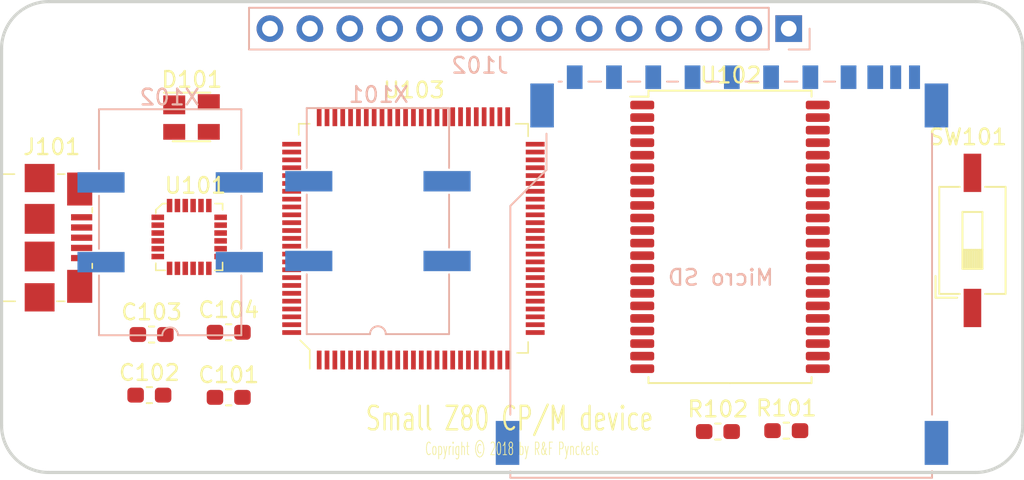
<source format=kicad_pcb>
(kicad_pcb (version 20171130) (host pcbnew "(5.0.1)-3")

  (general
    (thickness 1.6)
    (drawings 16)
    (tracks 0)
    (zones 0)
    (modules 20)
    (nets 65)
  )

  (page A4)
  (title_block
    (title "S80 - Stackable Z80")
    (date 2018-10-22)
    (rev 1.0)
    (comment 1 "Copyright (c) 2018 by R&F Pynckels")
  )

  (layers
    (0 F.Cu signal hide)
    (31 B.Cu signal)
    (34 B.Paste user hide)
    (35 F.Paste user hide)
    (36 B.SilkS user)
    (37 F.SilkS user hide)
    (38 B.Mask user)
    (39 F.Mask user hide)
    (40 Dwgs.User user hide)
    (44 Edge.Cuts user)
    (45 Margin user)
    (46 B.CrtYd user hide)
    (47 F.CrtYd user hide)
    (48 B.Fab user hide)
    (49 F.Fab user hide)
  )

  (setup
    (last_trace_width 0.1524)
    (user_trace_width 0.254)
    (user_trace_width 0.254)
    (user_trace_width 0.254)
    (user_trace_width 0.254)
    (user_trace_width 0.254)
    (user_trace_width 0.254)
    (user_trace_width 0.254)
    (user_trace_width 0.254)
    (user_trace_width 0.254)
    (user_trace_width 0.254)
    (user_trace_width 0.254)
    (user_trace_width 0.254)
    (user_trace_width 0.254)
    (user_trace_width 0.254)
    (user_trace_width 0.254)
    (user_trace_width 0.254)
    (user_trace_width 0.254)
    (user_trace_width 0.254)
    (user_trace_width 0.254)
    (user_trace_width 0.254)
    (user_trace_width 0.254)
    (user_trace_width 0.254)
    (user_trace_width 0.254)
    (user_trace_width 0.254)
    (user_trace_width 0.254)
    (user_trace_width 0.254)
    (user_trace_width 0.254)
    (user_trace_width 0.254)
    (user_trace_width 0.254)
    (user_trace_width 0.254)
    (user_trace_width 0.254)
    (user_trace_width 0.254)
    (trace_clearance 0.1524)
    (zone_clearance 0.1524)
    (zone_45_only yes)
    (trace_min 0.1524)
    (segment_width 0.2)
    (edge_width 0.2)
    (via_size 0.6858)
    (via_drill 0.3302)
    (via_min_size 0.508)
    (via_min_drill 0.254)
    (uvia_size 0.6858)
    (uvia_drill 0.3302)
    (uvias_allowed no)
    (uvia_min_size 0.2)
    (uvia_min_drill 0.1)
    (pcb_text_width 0.3)
    (pcb_text_size 1.5 1.5)
    (mod_edge_width 0.15)
    (mod_text_size 1 1)
    (mod_text_width 0.15)
    (pad_size 1.7 1.7)
    (pad_drill 1)
    (pad_to_mask_clearance 0.0508)
    (solder_mask_min_width 0.25)
    (aux_axis_origin 0 0)
    (visible_elements 7FFFE77F)
    (pcbplotparams
      (layerselection 0x010f0_ffffffff)
      (usegerberextensions true)
      (usegerberattributes true)
      (usegerberadvancedattributes false)
      (creategerberjobfile false)
      (excludeedgelayer true)
      (linewidth 0.150000)
      (plotframeref false)
      (viasonmask false)
      (mode 1)
      (useauxorigin false)
      (hpglpennumber 1)
      (hpglpenspeed 20)
      (hpglpendiameter 15.000000)
      (psnegative false)
      (psa4output false)
      (plotreference true)
      (plotvalue true)
      (plotinvisibletext false)
      (padsonsilk false)
      (subtractmaskfromsilk false)
      (outputformat 1)
      (mirror false)
      (drillshape 0)
      (scaleselection 1)
      (outputdirectory "../../Gerbers/S80 Processor/"))
  )

  (net 0 "")
  (net 1 VCC)
  (net 2 GND)
  (net 3 /~RESET)
  (net 4 +3V3)
  (net 5 "Net-(D101-Pad1)")
  (net 6 "Net-(D101-Pad2)")
  (net 7 "Net-(D101-Pad3)")
  (net 8 /GPIO0)
  (net 9 /GPIO2)
  (net 10 /GPIO4)
  (net 11 /GPIO6)
  (net 12 /PC6)
  (net 13 /PD6)
  (net 14 /GPIO1)
  (net 15 /GPIO3)
  (net 16 /GPIO5)
  (net 17 /GPIO7)
  (net 18 /PC7)
  (net 19 /PD7)
  (net 20 "Net-(R101-Pad1)")
  (net 21 /CTSs)
  (net 22 /DTRe)
  (net 23 /DSRe)
  (net 24 /TxDe)
  (net 25 /CTSe)
  (net 26 /RTSe)
  (net 27 /RxDe)
  (net 28 /DSRs)
  (net 29 /TxDs)
  (net 30 /RxDs)
  (net 31 /RTSs)
  (net 32 /DTRs)
  (net 33 /A4)
  (net 34 /A3)
  (net 35 /A2)
  (net 36 /A1)
  (net 37 /A0)
  (net 38 /~MREQ)
  (net 39 /D0)
  (net 40 /D1)
  (net 41 /D2)
  (net 42 /D3)
  (net 43 /~WR)
  (net 44 /A19)
  (net 45 /A18)
  (net 46 /A17)
  (net 47 /A16)
  (net 48 /A15)
  (net 49 /A14)
  (net 50 /A13)
  (net 51 /A12)
  (net 52 /A11)
  (net 53 /A10)
  (net 54 /A9)
  (net 55 /D4)
  (net 56 /D5)
  (net 57 /D6)
  (net 58 /D7)
  (net 59 /A8)
  (net 60 /A7)
  (net 61 /A6)
  (net 62 /A5)
  (net 63 /RTC_XIN)
  (net 64 /XIN)

  (net_class Default "This is the default net class."
    (clearance 0.1524)
    (trace_width 0.1524)
    (via_dia 0.6858)
    (via_drill 0.3302)
    (uvia_dia 0.6858)
    (uvia_drill 0.3302)
    (diff_pair_gap 0.254)
    (diff_pair_width 0.254)
    (add_net +3V3)
    (add_net /A0)
    (add_net /A1)
    (add_net /A10)
    (add_net /A11)
    (add_net /A12)
    (add_net /A13)
    (add_net /A14)
    (add_net /A15)
    (add_net /A16)
    (add_net /A17)
    (add_net /A18)
    (add_net /A19)
    (add_net /A2)
    (add_net /A3)
    (add_net /A4)
    (add_net /A5)
    (add_net /A6)
    (add_net /A7)
    (add_net /A8)
    (add_net /A9)
    (add_net /CTSe)
    (add_net /CTSs)
    (add_net /D0)
    (add_net /D1)
    (add_net /D2)
    (add_net /D3)
    (add_net /D4)
    (add_net /D5)
    (add_net /D6)
    (add_net /D7)
    (add_net /DSRe)
    (add_net /DSRs)
    (add_net /DTRe)
    (add_net /DTRs)
    (add_net /GPIO0)
    (add_net /GPIO1)
    (add_net /GPIO2)
    (add_net /GPIO3)
    (add_net /GPIO4)
    (add_net /GPIO5)
    (add_net /GPIO6)
    (add_net /GPIO7)
    (add_net /PC6)
    (add_net /PC7)
    (add_net /PD6)
    (add_net /PD7)
    (add_net /RTC_XIN)
    (add_net /RTSe)
    (add_net /RTSs)
    (add_net /RxDe)
    (add_net /RxDs)
    (add_net /TxDe)
    (add_net /TxDs)
    (add_net /XIN)
    (add_net /~MREQ)
    (add_net /~RESET)
    (add_net /~WR)
    (add_net GND)
    (add_net "Net-(D101-Pad1)")
    (add_net "Net-(D101-Pad2)")
    (add_net "Net-(D101-Pad3)")
    (add_net "Net-(R101-Pad1)")
    (add_net VCC)
  )

  (module Connector_PinHeader_2.54mm:PinHeader_1x14_P2.54mm_Vertical (layer B.Cu) (tedit 59FED5CC) (tstamp 5BF0DE87)
    (at 129.10058 30.45206 90)
    (descr "Through hole straight pin header, 1x14, 2.54mm pitch, single row")
    (tags "Through hole pin header THT 1x14 2.54mm single row")
    (path /5C7FE0D0)
    (fp_text reference J102 (at -2.34696 -19.65198 180) (layer B.SilkS)
      (effects (font (size 1 1) (thickness 0.15)) (justify mirror))
    )
    (fp_text value Conn_01x14_Male (at 0 -35.35 90) (layer B.Fab)
      (effects (font (size 1 1) (thickness 0.15)) (justify mirror))
    )
    (fp_text user %R (at 0 -16.51) (layer B.Fab)
      (effects (font (size 1 1) (thickness 0.15)) (justify mirror))
    )
    (fp_line (start 1.8 1.8) (end -1.8 1.8) (layer B.CrtYd) (width 0.05))
    (fp_line (start 1.8 -34.8) (end 1.8 1.8) (layer B.CrtYd) (width 0.05))
    (fp_line (start -1.8 -34.8) (end 1.8 -34.8) (layer B.CrtYd) (width 0.05))
    (fp_line (start -1.8 1.8) (end -1.8 -34.8) (layer B.CrtYd) (width 0.05))
    (fp_line (start -1.33 1.33) (end 0 1.33) (layer B.SilkS) (width 0.12))
    (fp_line (start -1.33 0) (end -1.33 1.33) (layer B.SilkS) (width 0.12))
    (fp_line (start -1.33 -1.27) (end 1.33 -1.27) (layer B.SilkS) (width 0.12))
    (fp_line (start 1.33 -1.27) (end 1.33 -34.35) (layer B.SilkS) (width 0.12))
    (fp_line (start -1.33 -1.27) (end -1.33 -34.35) (layer B.SilkS) (width 0.12))
    (fp_line (start -1.33 -34.35) (end 1.33 -34.35) (layer B.SilkS) (width 0.12))
    (fp_line (start -1.27 0.635) (end -0.635 1.27) (layer B.Fab) (width 0.1))
    (fp_line (start -1.27 -34.29) (end -1.27 0.635) (layer B.Fab) (width 0.1))
    (fp_line (start 1.27 -34.29) (end -1.27 -34.29) (layer B.Fab) (width 0.1))
    (fp_line (start 1.27 1.27) (end 1.27 -34.29) (layer B.Fab) (width 0.1))
    (fp_line (start -0.635 1.27) (end 1.27 1.27) (layer B.Fab) (width 0.1))
    (pad 14 thru_hole oval (at 0 -33.02 90) (size 1.7 1.7) (drill 1) (layers *.Cu *.Mask)
      (net 19 /PD7))
    (pad 13 thru_hole oval (at 0 -30.48 90) (size 1.7 1.7) (drill 1) (layers *.Cu *.Mask)
      (net 13 /PD6))
    (pad 12 thru_hole oval (at 0 -27.94 90) (size 1.7 1.7) (drill 1) (layers *.Cu *.Mask)
      (net 18 /PC7))
    (pad 11 thru_hole oval (at 0 -25.4 90) (size 1.7 1.7) (drill 1) (layers *.Cu *.Mask)
      (net 12 /PC6))
    (pad 10 thru_hole oval (at 0 -22.86 90) (size 1.7 1.7) (drill 1) (layers *.Cu *.Mask)
      (net 17 /GPIO7))
    (pad 9 thru_hole oval (at 0 -20.32 90) (size 1.7 1.7) (drill 1) (layers *.Cu *.Mask)
      (net 11 /GPIO6))
    (pad 8 thru_hole oval (at 0 -17.78 90) (size 1.7 1.7) (drill 1) (layers *.Cu *.Mask)
      (net 16 /GPIO5))
    (pad 7 thru_hole oval (at 0 -15.24 90) (size 1.7 1.7) (drill 1) (layers *.Cu *.Mask)
      (net 10 /GPIO4))
    (pad 6 thru_hole oval (at 0 -12.7 90) (size 1.7 1.7) (drill 1) (layers *.Cu *.Mask)
      (net 15 /GPIO3))
    (pad 5 thru_hole oval (at 0 -10.16 90) (size 1.7 1.7) (drill 1) (layers *.Cu *.Mask)
      (net 9 /GPIO2))
    (pad 4 thru_hole oval (at 0 -7.62 90) (size 1.7 1.7) (drill 1) (layers *.Cu *.Mask)
      (net 14 /GPIO1))
    (pad 3 thru_hole oval (at 0 -5.08 90) (size 1.7 1.7) (drill 1) (layers *.Cu *.Mask)
      (net 8 /GPIO0))
    (pad 2 thru_hole oval (at 0 -2.54 90) (size 1.7 1.7) (drill 1) (layers *.Cu *.Mask)
      (net 2 GND))
    (pad 1 thru_hole rect (at 0 0 90) (size 1.7 1.7) (drill 1) (layers *.Cu *.Mask)
      (net 1 VCC))
    (model ${KISYS3DMOD}/Connector_PinHeader_2.54mm.3dshapes/PinHeader_1x14_P2.54mm_Vertical.wrl
      (at (xyz 0 0 0))
      (scale (xyz 1 1 1))
      (rotate (xyz 0 0 0))
    )
  )

  (module Pynckels:MountingHole_3.2mm_M3 (layer F.Cu) (tedit 5B69A99C) (tstamp 5B4B5ED5)
    (at 81.5 31.23)
    (descr "Mounting Hole 3.2mm, no annular, M3")
    (tags "mounting hole 3.2mm no annular m3")
    (attr virtual)
    (fp_text reference REF** (at 0 -4.2) (layer F.SilkS) hide
      (effects (font (size 1 1) (thickness 0.15)))
    )
    (fp_text value MountingHole_3.2mm_M3 (at 0 4.2) (layer F.Fab) hide
      (effects (font (size 1 1) (thickness 0.15)))
    )
    (fp_circle (center 0 0) (end 3.45 0) (layer F.CrtYd) (width 0.05))
    (fp_text user %R (at 0.3 0) (layer F.Fab) hide
      (effects (font (size 1 1) (thickness 0.15)))
    )
    (pad 1 np_thru_hole circle (at 0 0) (size 3.2 3.2) (drill 3.2) (layers *.Cu *.Mask))
  )

  (module Pynckels:MountingHole_3.2mm_M3 (layer F.Cu) (tedit 5B69A98C) (tstamp 5B4B5EBA)
    (at 81.5 56.23)
    (descr "Mounting Hole 3.2mm, no annular, M3")
    (tags "mounting hole 3.2mm no annular m3")
    (attr virtual)
    (fp_text reference REF** (at 0 -4.2) (layer F.SilkS) hide
      (effects (font (size 1 1) (thickness 0.15)))
    )
    (fp_text value MountingHole_3.2mm_M3 (at 0 4.2) (layer F.Fab) hide
      (effects (font (size 1 1) (thickness 0.15)))
    )
    (fp_circle (center 0 0) (end 3.45 0) (layer F.CrtYd) (width 0.05))
    (fp_text user %R (at 0.3 0) (layer F.Fab) hide
      (effects (font (size 1 1) (thickness 0.15)))
    )
    (pad 1 np_thru_hole circle (at 0 0) (size 3.2 3.2) (drill 3.2) (layers *.Cu *.Mask))
  )

  (module Pynckels:MountingHole_3.2mm_M3 (layer F.Cu) (tedit 5B69AE84) (tstamp 5B4B5E7B)
    (at 141.5 31.23)
    (descr "Mounting Hole 3.2mm, no annular, M3")
    (tags "mounting hole 3.2mm no annular m3")
    (attr virtual)
    (fp_text reference REF** (at 0 -4.2) (layer F.SilkS) hide
      (effects (font (size 1 1) (thickness 0.15)))
    )
    (fp_text value MountingHole_3.2mm_M3 (at 0 4.2) (layer F.Fab) hide
      (effects (font (size 1 1) (thickness 0.15)))
    )
    (fp_circle (center 0 0) (end 3.45 0) (layer F.CrtYd) (width 0.05))
    (fp_text user %R (at 0.3 0) (layer F.Fab) hide
      (effects (font (size 1 1) (thickness 0.15)))
    )
    (pad 1 np_thru_hole circle (at 0 0) (size 3.2 3.2) (drill 3.2) (layers *.Cu *.Mask))
  )

  (module Pynckels:MountingHole_3.2mm_M3 (layer F.Cu) (tedit 5B69AE8B) (tstamp 5B4B5E72)
    (at 141.5 56.23)
    (descr "Mounting Hole 3.2mm, no annular, M3")
    (tags "mounting hole 3.2mm no annular m3")
    (attr virtual)
    (fp_text reference REF** (at 0 -4.2) (layer F.SilkS) hide
      (effects (font (size 1 1) (thickness 0.15)))
    )
    (fp_text value MountingHole_3.2mm_M3 (at 0 4.2) (layer F.Fab) hide
      (effects (font (size 1 1) (thickness 0.15)))
    )
    (fp_circle (center 0 0) (end 3.45 0) (layer F.CrtYd) (width 0.05))
    (fp_text user %R (at 0.3 0) (layer F.Fab) hide
      (effects (font (size 1 1) (thickness 0.15)))
    )
    (pad 1 np_thru_hole circle (at 0 0) (size 3.2 3.2) (drill 3.2) (layers *.Cu *.Mask))
  )

  (module Capacitor_SMD:C_0603_1608Metric_Pad1.05x0.95mm_HandSolder (layer F.Cu) (tedit 5B301BBE) (tstamp 5BF0DDC6)
    (at 93.45676 53.94452)
    (descr "Capacitor SMD 0603 (1608 Metric), square (rectangular) end terminal, IPC_7351 nominal with elongated pad for handsoldering. (Body size source: http://www.tortai-tech.com/upload/download/2011102023233369053.pdf), generated with kicad-footprint-generator")
    (tags "capacitor handsolder")
    (path /5BEC325F)
    (attr smd)
    (fp_text reference C101 (at 0 -1.43) (layer F.SilkS)
      (effects (font (size 1 1) (thickness 0.15)))
    )
    (fp_text value 22µF (at 0 1.43) (layer F.Fab)
      (effects (font (size 1 1) (thickness 0.15)))
    )
    (fp_text user %R (at 0 0) (layer F.Fab)
      (effects (font (size 0.4 0.4) (thickness 0.06)))
    )
    (fp_line (start 1.65 0.73) (end -1.65 0.73) (layer F.CrtYd) (width 0.05))
    (fp_line (start 1.65 -0.73) (end 1.65 0.73) (layer F.CrtYd) (width 0.05))
    (fp_line (start -1.65 -0.73) (end 1.65 -0.73) (layer F.CrtYd) (width 0.05))
    (fp_line (start -1.65 0.73) (end -1.65 -0.73) (layer F.CrtYd) (width 0.05))
    (fp_line (start -0.171267 0.51) (end 0.171267 0.51) (layer F.SilkS) (width 0.12))
    (fp_line (start -0.171267 -0.51) (end 0.171267 -0.51) (layer F.SilkS) (width 0.12))
    (fp_line (start 0.8 0.4) (end -0.8 0.4) (layer F.Fab) (width 0.1))
    (fp_line (start 0.8 -0.4) (end 0.8 0.4) (layer F.Fab) (width 0.1))
    (fp_line (start -0.8 -0.4) (end 0.8 -0.4) (layer F.Fab) (width 0.1))
    (fp_line (start -0.8 0.4) (end -0.8 -0.4) (layer F.Fab) (width 0.1))
    (pad 2 smd roundrect (at 0.875 0) (size 1.05 0.95) (layers F.Cu F.Paste F.Mask) (roundrect_rratio 0.25)
      (net 2 GND))
    (pad 1 smd roundrect (at -0.875 0) (size 1.05 0.95) (layers F.Cu F.Paste F.Mask) (roundrect_rratio 0.25)
      (net 3 /~RESET))
    (model ${KISYS3DMOD}/Capacitor_SMD.3dshapes/C_0603_1608Metric.wrl
      (at (xyz 0 0 0))
      (scale (xyz 1 1 1))
      (rotate (xyz 0 0 0))
    )
  )

  (module Capacitor_SMD:C_0603_1608Metric_Pad1.05x0.95mm_HandSolder (layer F.Cu) (tedit 5B301BBE) (tstamp 5BF0DDD7)
    (at 88.40724 53.80228)
    (descr "Capacitor SMD 0603 (1608 Metric), square (rectangular) end terminal, IPC_7351 nominal with elongated pad for handsoldering. (Body size source: http://www.tortai-tech.com/upload/download/2011102023233369053.pdf), generated with kicad-footprint-generator")
    (tags "capacitor handsolder")
    (path /5BE8DD19)
    (attr smd)
    (fp_text reference C102 (at 0 -1.43) (layer F.SilkS)
      (effects (font (size 1 1) (thickness 0.15)))
    )
    (fp_text value 2µF (at 0 1.43) (layer F.Fab)
      (effects (font (size 1 1) (thickness 0.15)))
    )
    (fp_line (start -0.8 0.4) (end -0.8 -0.4) (layer F.Fab) (width 0.1))
    (fp_line (start -0.8 -0.4) (end 0.8 -0.4) (layer F.Fab) (width 0.1))
    (fp_line (start 0.8 -0.4) (end 0.8 0.4) (layer F.Fab) (width 0.1))
    (fp_line (start 0.8 0.4) (end -0.8 0.4) (layer F.Fab) (width 0.1))
    (fp_line (start -0.171267 -0.51) (end 0.171267 -0.51) (layer F.SilkS) (width 0.12))
    (fp_line (start -0.171267 0.51) (end 0.171267 0.51) (layer F.SilkS) (width 0.12))
    (fp_line (start -1.65 0.73) (end -1.65 -0.73) (layer F.CrtYd) (width 0.05))
    (fp_line (start -1.65 -0.73) (end 1.65 -0.73) (layer F.CrtYd) (width 0.05))
    (fp_line (start 1.65 -0.73) (end 1.65 0.73) (layer F.CrtYd) (width 0.05))
    (fp_line (start 1.65 0.73) (end -1.65 0.73) (layer F.CrtYd) (width 0.05))
    (fp_text user %R (at 0 0) (layer F.Fab)
      (effects (font (size 0.4 0.4) (thickness 0.06)))
    )
    (pad 1 smd roundrect (at -0.875 0) (size 1.05 0.95) (layers F.Cu F.Paste F.Mask) (roundrect_rratio 0.25)
      (net 4 +3V3))
    (pad 2 smd roundrect (at 0.875 0) (size 1.05 0.95) (layers F.Cu F.Paste F.Mask) (roundrect_rratio 0.25)
      (net 2 GND))
    (model ${KISYS3DMOD}/Capacitor_SMD.3dshapes/C_0603_1608Metric.wrl
      (at (xyz 0 0 0))
      (scale (xyz 1 1 1))
      (rotate (xyz 0 0 0))
    )
  )

  (module Capacitor_SMD:C_0603_1608Metric_Pad1.05x0.95mm_HandSolder (layer F.Cu) (tedit 5B301BBE) (tstamp 5BF0DDE8)
    (at 88.54948 49.94148)
    (descr "Capacitor SMD 0603 (1608 Metric), square (rectangular) end terminal, IPC_7351 nominal with elongated pad for handsoldering. (Body size source: http://www.tortai-tech.com/upload/download/2011102023233369053.pdf), generated with kicad-footprint-generator")
    (tags "capacitor handsolder")
    (path /5BE816EA)
    (attr smd)
    (fp_text reference C103 (at 0 -1.43) (layer F.SilkS)
      (effects (font (size 1 1) (thickness 0.15)))
    )
    (fp_text value 0.1µF (at 0 1.43) (layer F.Fab)
      (effects (font (size 1 1) (thickness 0.15)))
    )
    (fp_text user %R (at 0 0) (layer F.Fab)
      (effects (font (size 0.4 0.4) (thickness 0.06)))
    )
    (fp_line (start 1.65 0.73) (end -1.65 0.73) (layer F.CrtYd) (width 0.05))
    (fp_line (start 1.65 -0.73) (end 1.65 0.73) (layer F.CrtYd) (width 0.05))
    (fp_line (start -1.65 -0.73) (end 1.65 -0.73) (layer F.CrtYd) (width 0.05))
    (fp_line (start -1.65 0.73) (end -1.65 -0.73) (layer F.CrtYd) (width 0.05))
    (fp_line (start -0.171267 0.51) (end 0.171267 0.51) (layer F.SilkS) (width 0.12))
    (fp_line (start -0.171267 -0.51) (end 0.171267 -0.51) (layer F.SilkS) (width 0.12))
    (fp_line (start 0.8 0.4) (end -0.8 0.4) (layer F.Fab) (width 0.1))
    (fp_line (start 0.8 -0.4) (end 0.8 0.4) (layer F.Fab) (width 0.1))
    (fp_line (start -0.8 -0.4) (end 0.8 -0.4) (layer F.Fab) (width 0.1))
    (fp_line (start -0.8 0.4) (end -0.8 -0.4) (layer F.Fab) (width 0.1))
    (pad 2 smd roundrect (at 0.875 0) (size 1.05 0.95) (layers F.Cu F.Paste F.Mask) (roundrect_rratio 0.25)
      (net 2 GND))
    (pad 1 smd roundrect (at -0.875 0) (size 1.05 0.95) (layers F.Cu F.Paste F.Mask) (roundrect_rratio 0.25)
      (net 4 +3V3))
    (model ${KISYS3DMOD}/Capacitor_SMD.3dshapes/C_0603_1608Metric.wrl
      (at (xyz 0 0 0))
      (scale (xyz 1 1 1))
      (rotate (xyz 0 0 0))
    )
  )

  (module Capacitor_SMD:C_0603_1608Metric_Pad1.05x0.95mm_HandSolder (layer F.Cu) (tedit 5B301BBE) (tstamp 5BF0DDF9)
    (at 93.45676 49.79924)
    (descr "Capacitor SMD 0603 (1608 Metric), square (rectangular) end terminal, IPC_7351 nominal with elongated pad for handsoldering. (Body size source: http://www.tortai-tech.com/upload/download/2011102023233369053.pdf), generated with kicad-footprint-generator")
    (tags "capacitor handsolder")
    (path /5BE7F50F)
    (attr smd)
    (fp_text reference C104 (at 0 -1.43) (layer F.SilkS)
      (effects (font (size 1 1) (thickness 0.15)))
    )
    (fp_text value 1µF (at 0 1.43) (layer F.Fab)
      (effects (font (size 1 1) (thickness 0.15)))
    )
    (fp_line (start -0.8 0.4) (end -0.8 -0.4) (layer F.Fab) (width 0.1))
    (fp_line (start -0.8 -0.4) (end 0.8 -0.4) (layer F.Fab) (width 0.1))
    (fp_line (start 0.8 -0.4) (end 0.8 0.4) (layer F.Fab) (width 0.1))
    (fp_line (start 0.8 0.4) (end -0.8 0.4) (layer F.Fab) (width 0.1))
    (fp_line (start -0.171267 -0.51) (end 0.171267 -0.51) (layer F.SilkS) (width 0.12))
    (fp_line (start -0.171267 0.51) (end 0.171267 0.51) (layer F.SilkS) (width 0.12))
    (fp_line (start -1.65 0.73) (end -1.65 -0.73) (layer F.CrtYd) (width 0.05))
    (fp_line (start -1.65 -0.73) (end 1.65 -0.73) (layer F.CrtYd) (width 0.05))
    (fp_line (start 1.65 -0.73) (end 1.65 0.73) (layer F.CrtYd) (width 0.05))
    (fp_line (start 1.65 0.73) (end -1.65 0.73) (layer F.CrtYd) (width 0.05))
    (fp_text user %R (at 0 0) (layer F.Fab)
      (effects (font (size 0.4 0.4) (thickness 0.06)))
    )
    (pad 1 smd roundrect (at -0.875 0) (size 1.05 0.95) (layers F.Cu F.Paste F.Mask) (roundrect_rratio 0.25)
      (net 1 VCC))
    (pad 2 smd roundrect (at 0.875 0) (size 1.05 0.95) (layers F.Cu F.Paste F.Mask) (roundrect_rratio 0.25)
      (net 2 GND))
    (model ${KISYS3DMOD}/Capacitor_SMD.3dshapes/C_0603_1608Metric.wrl
      (at (xyz 0 0 0))
      (scale (xyz 1 1 1))
      (rotate (xyz 0 0 0))
    )
  )

  (module Package_TO_SOT_SMD:SOT-143 (layer F.Cu) (tedit 5A02FF57) (tstamp 5BF0E80A)
    (at 91.08948 36.07816)
    (descr SOT-143)
    (tags SOT-143)
    (path /5BE89164)
    (attr smd)
    (fp_text reference D101 (at 0.02 -2.38) (layer F.SilkS)
      (effects (font (size 1 1) (thickness 0.15)))
    )
    (fp_text value SP0503BAHT (at -0.28 2.48) (layer F.Fab)
      (effects (font (size 1 1) (thickness 0.15)))
    )
    (fp_text user %R (at 0 0 90) (layer F.Fab)
      (effects (font (size 0.5 0.5) (thickness 0.075)))
    )
    (fp_line (start -1.2 1.55) (end 1.2 1.55) (layer F.SilkS) (width 0.12))
    (fp_line (start 1.2 -1.55) (end -1.75 -1.55) (layer F.SilkS) (width 0.12))
    (fp_line (start -1.2 -1) (end -0.7 -1.5) (layer F.Fab) (width 0.1))
    (fp_line (start -0.7 -1.5) (end 1.2 -1.5) (layer F.Fab) (width 0.1))
    (fp_line (start -1.2 1.5) (end -1.2 -1) (layer F.Fab) (width 0.1))
    (fp_line (start 1.2 1.5) (end -1.2 1.5) (layer F.Fab) (width 0.1))
    (fp_line (start 1.2 -1.5) (end 1.2 1.5) (layer F.Fab) (width 0.1))
    (fp_line (start 2.05 -1.75) (end 2.05 1.75) (layer F.CrtYd) (width 0.05))
    (fp_line (start 2.05 -1.75) (end -2.05 -1.75) (layer F.CrtYd) (width 0.05))
    (fp_line (start -2.05 1.75) (end 2.05 1.75) (layer F.CrtYd) (width 0.05))
    (fp_line (start -2.05 1.75) (end -2.05 -1.75) (layer F.CrtYd) (width 0.05))
    (pad 1 smd rect (at -1.1 -0.77 270) (size 1.2 1.4) (layers F.Cu F.Paste F.Mask)
      (net 5 "Net-(D101-Pad1)"))
    (pad 2 smd rect (at -1.1 0.95 270) (size 1 1.4) (layers F.Cu F.Paste F.Mask)
      (net 6 "Net-(D101-Pad2)"))
    (pad 3 smd rect (at 1.1 0.95 270) (size 1 1.4) (layers F.Cu F.Paste F.Mask)
      (net 7 "Net-(D101-Pad3)"))
    (pad 4 smd rect (at 1.1 -0.95 270) (size 1 1.4) (layers F.Cu F.Paste F.Mask)
      (net 1 VCC))
    (model ${KISYS3DMOD}/Package_TO_SOT_SMD.3dshapes/SOT-143.wrl
      (at (xyz 0 0 0))
      (scale (xyz 1 1 1))
      (rotate (xyz 0 0 0))
    )
  )

  (module digikey-kicad-library:USB_Micro_B_Female_10118192 (layer F.Cu) (tedit 5BE34A35) (tstamp 5BF0F2E4)
    (at 81.42224 43.77182 270)
    (descr http://portal.fciconnect.com/Comergent//fci/drawing/10118192.pdf)
    (path /5BE88866)
    (fp_text reference J101 (at -5.78612 -0.7747) (layer F.SilkS)
      (effects (font (size 1 1) (thickness 0.15)))
    )
    (fp_text value USB (at -5.77088 -0.5461) (layer F.Fab) hide
      (effects (font (size 1 1) (thickness 0.15)))
    )
    (fp_line (start -5 2.75) (end 5 2.75) (layer F.CrtYd) (width 0.05))
    (fp_line (start 5 -3.75) (end 5 2.75) (layer F.CrtYd) (width 0.05))
    (fp_line (start -5 -3.75) (end 5 -3.75) (layer F.CrtYd) (width 0.05))
    (fp_line (start -5 -3.75) (end -5 2.75) (layer F.CrtYd) (width 0.05))
    (fp_line (start 4.05 -1.6) (end 4.05 -1.1) (layer F.SilkS) (width 0.1))
    (fp_line (start 1.65 -3.35) (end 1.95 -3.35) (layer F.SilkS) (width 0.1))
    (fp_line (start -4.05 -1.6) (end -4.05 -1.15) (layer F.SilkS) (width 0.1))
    (fp_line (start -1.9 -3.35) (end -1.6 -3.35) (layer F.SilkS) (width 0.1))
    (fp_line (start -4.05 1.6) (end -4.05 2.4) (layer F.SilkS) (width 0.1))
    (fp_line (start -4.05 2.4) (end -3.55 2.4) (layer F.SilkS) (width 0.1))
    (fp_line (start 3.6 2.4) (end 4.05 2.4) (layer F.SilkS) (width 0.1))
    (fp_line (start 4.05 2.4) (end 4.05 1.55) (layer F.SilkS) (width 0.1))
    (fp_text user %R (at 0 0 270) (layer F.Fab)
      (effects (font (size 1 1) (thickness 0.15)))
    )
    (fp_line (start -3.95 -2.8) (end -3.95 2.3) (layer F.Fab) (width 0.1))
    (fp_line (start 3.95 -3.25) (end -3.5 -3.25) (layer F.Fab) (width 0.1))
    (fp_line (start -3.95 -2.8) (end -3.5 -3.25) (layer F.Fab) (width 0.1))
    (fp_line (start -3.95 2.32) (end 3.95 2.32) (layer F.Fab) (width 0.1))
    (fp_line (start 3.95 2.32) (end 3.95 -3.25) (layer F.Fab) (width 0.1))
    (pad 3 smd rect (at 0 -2.675 270) (size 0.4 1.35) (layers F.Cu F.Paste F.Mask)
      (net 7 "Net-(D101-Pad3)"))
    (pad 2 smd rect (at -0.65 -2.675 270) (size 0.4 1.35) (layers F.Cu F.Paste F.Mask)
      (net 6 "Net-(D101-Pad2)"))
    (pad 5 smd rect (at 1.3 -2.675 270) (size 0.4 1.35) (layers F.Cu F.Paste F.Mask)
      (net 2 GND))
    (pad 4 smd rect (at 0.65 -2.675 270) (size 0.4 1.35) (layers F.Cu F.Paste F.Mask)
      (net 5 "Net-(D101-Pad1)"))
    (pad 1 smd rect (at -1.3 -2.675 270) (size 0.4 1.35) (layers F.Cu F.Paste F.Mask)
      (net 1 VCC))
    (pad SH smd rect (at 3.1 -2.55 270) (size 2.1 1.6) (layers F.Cu F.Paste F.Mask))
    (pad SH smd rect (at -3.1 -2.55 270) (size 2.1 1.6) (layers F.Cu F.Paste F.Mask))
    (pad SH smd rect (at 1.2 0 270) (size 1.9 1.9) (layers F.Cu F.Paste F.Mask))
    (pad SH smd rect (at -1.2 0 270) (size 1.9 1.9) (layers F.Cu F.Paste F.Mask))
    (pad SH smd rect (at 3.8 0 270) (size 1.8 1.9) (layers F.Cu F.Paste F.Mask))
    (pad SH smd rect (at -3.8 0 270) (size 1.8 1.9) (layers F.Cu F.Paste F.Mask))
  )

  (module Resistor_SMD:R_0603_1608Metric_Pad1.05x0.95mm_HandSolder (layer F.Cu) (tedit 5B301BBD) (tstamp 5BF0F994)
    (at 128.94564 56.06542)
    (descr "Resistor SMD 0603 (1608 Metric), square (rectangular) end terminal, IPC_7351 nominal with elongated pad for handsoldering. (Body size source: http://www.tortai-tech.com/upload/download/2011102023233369053.pdf), generated with kicad-footprint-generator")
    (tags "resistor handsolder")
    (path /5C1BC425)
    (attr smd)
    (fp_text reference R101 (at 0 -1.43) (layer F.SilkS)
      (effects (font (size 1 1) (thickness 0.15)))
    )
    (fp_text value "1K 5%" (at 0 1.43) (layer F.Fab)
      (effects (font (size 1 1) (thickness 0.15)))
    )
    (fp_line (start -0.8 0.4) (end -0.8 -0.4) (layer F.Fab) (width 0.1))
    (fp_line (start -0.8 -0.4) (end 0.8 -0.4) (layer F.Fab) (width 0.1))
    (fp_line (start 0.8 -0.4) (end 0.8 0.4) (layer F.Fab) (width 0.1))
    (fp_line (start 0.8 0.4) (end -0.8 0.4) (layer F.Fab) (width 0.1))
    (fp_line (start -0.171267 -0.51) (end 0.171267 -0.51) (layer F.SilkS) (width 0.12))
    (fp_line (start -0.171267 0.51) (end 0.171267 0.51) (layer F.SilkS) (width 0.12))
    (fp_line (start -1.65 0.73) (end -1.65 -0.73) (layer F.CrtYd) (width 0.05))
    (fp_line (start -1.65 -0.73) (end 1.65 -0.73) (layer F.CrtYd) (width 0.05))
    (fp_line (start 1.65 -0.73) (end 1.65 0.73) (layer F.CrtYd) (width 0.05))
    (fp_line (start 1.65 0.73) (end -1.65 0.73) (layer F.CrtYd) (width 0.05))
    (fp_text user %R (at 0 0) (layer F.Fab)
      (effects (font (size 0.4 0.4) (thickness 0.06)))
    )
    (pad 1 smd roundrect (at -0.875 0) (size 1.05 0.95) (layers F.Cu F.Paste F.Mask) (roundrect_rratio 0.25)
      (net 20 "Net-(R101-Pad1)"))
    (pad 2 smd roundrect (at 0.875 0) (size 1.05 0.95) (layers F.Cu F.Paste F.Mask) (roundrect_rratio 0.25)
      (net 1 VCC))
    (model ${KISYS3DMOD}/Resistor_SMD.3dshapes/R_0603_1608Metric.wrl
      (at (xyz 0 0 0))
      (scale (xyz 1 1 1))
      (rotate (xyz 0 0 0))
    )
  )

  (module Resistor_SMD:R_0603_1608Metric_Pad1.05x0.95mm_HandSolder (layer F.Cu) (tedit 5B301BBD) (tstamp 5BF0DEA9)
    (at 124.59462 56.12384)
    (descr "Resistor SMD 0603 (1608 Metric), square (rectangular) end terminal, IPC_7351 nominal with elongated pad for handsoldering. (Body size source: http://www.tortai-tech.com/upload/download/2011102023233369053.pdf), generated with kicad-footprint-generator")
    (tags "resistor handsolder")
    (path /5C1BC42C)
    (attr smd)
    (fp_text reference R102 (at 0 -1.43) (layer F.SilkS)
      (effects (font (size 1 1) (thickness 0.15)))
    )
    (fp_text value "1K 5%" (at 0 1.43) (layer F.Fab)
      (effects (font (size 1 1) (thickness 0.15)))
    )
    (fp_text user %R (at 0 0) (layer F.Fab)
      (effects (font (size 0.4 0.4) (thickness 0.06)))
    )
    (fp_line (start 1.65 0.73) (end -1.65 0.73) (layer F.CrtYd) (width 0.05))
    (fp_line (start 1.65 -0.73) (end 1.65 0.73) (layer F.CrtYd) (width 0.05))
    (fp_line (start -1.65 -0.73) (end 1.65 -0.73) (layer F.CrtYd) (width 0.05))
    (fp_line (start -1.65 0.73) (end -1.65 -0.73) (layer F.CrtYd) (width 0.05))
    (fp_line (start -0.171267 0.51) (end 0.171267 0.51) (layer F.SilkS) (width 0.12))
    (fp_line (start -0.171267 -0.51) (end 0.171267 -0.51) (layer F.SilkS) (width 0.12))
    (fp_line (start 0.8 0.4) (end -0.8 0.4) (layer F.Fab) (width 0.1))
    (fp_line (start 0.8 -0.4) (end 0.8 0.4) (layer F.Fab) (width 0.1))
    (fp_line (start -0.8 -0.4) (end 0.8 -0.4) (layer F.Fab) (width 0.1))
    (fp_line (start -0.8 0.4) (end -0.8 -0.4) (layer F.Fab) (width 0.1))
    (pad 2 smd roundrect (at 0.875 0) (size 1.05 0.95) (layers F.Cu F.Paste F.Mask) (roundrect_rratio 0.25)
      (net 20 "Net-(R101-Pad1)"))
    (pad 1 smd roundrect (at -0.875 0) (size 1.05 0.95) (layers F.Cu F.Paste F.Mask) (roundrect_rratio 0.25)
      (net 3 /~RESET))
    (model ${KISYS3DMOD}/Resistor_SMD.3dshapes/R_0603_1608Metric.wrl
      (at (xyz 0 0 0))
      (scale (xyz 1 1 1))
      (rotate (xyz 0 0 0))
    )
  )

  (module Button_Switch_SMD:SW_DIP_SPSTx01_Slide_6.7x4.1mm_W8.61mm_P2.54mm_LowProfile (layer F.Cu) (tedit 5BE34B0C) (tstamp 5BF0DEE2)
    (at 140.79474 43.94454 90)
    (descr "SMD 1x-dip-switch SPST , Slide, row spacing 8.61 mm (338 mils), body size 6.7x4.1mm (see e.g. https://www.ctscorp.com/wp-content/uploads/219.pdf), SMD, LowProfile")
    (tags "SMD DIP Switch SPST Slide 8.61mm 338mil SMD LowProfile")
    (path /5C1BC460)
    (attr smd)
    (fp_text reference SW101 (at 6.58622 -0.28194 180) (layer F.SilkS)
      (effects (font (size 1 1) (thickness 0.15)))
    )
    (fp_text value SW_Push (at 0 3.11 90) (layer F.Fab) hide
      (effects (font (size 1 1) (thickness 0.15)))
    )
    (fp_line (start -2.35 -2.05) (end 3.35 -2.05) (layer F.Fab) (width 0.1))
    (fp_line (start 3.35 -2.05) (end 3.35 2.05) (layer F.Fab) (width 0.1))
    (fp_line (start 3.35 2.05) (end -3.35 2.05) (layer F.Fab) (width 0.1))
    (fp_line (start -3.35 2.05) (end -3.35 -1.05) (layer F.Fab) (width 0.1))
    (fp_line (start -3.35 -1.05) (end -2.35 -2.05) (layer F.Fab) (width 0.1))
    (fp_line (start -1.81 -0.635) (end -1.81 0.635) (layer F.Fab) (width 0.1))
    (fp_line (start -1.81 0.635) (end 1.81 0.635) (layer F.Fab) (width 0.1))
    (fp_line (start 1.81 0.635) (end 1.81 -0.635) (layer F.Fab) (width 0.1))
    (fp_line (start 1.81 -0.635) (end -1.81 -0.635) (layer F.Fab) (width 0.1))
    (fp_line (start -1.81 -0.535) (end -0.603333 -0.535) (layer F.Fab) (width 0.1))
    (fp_line (start -1.81 -0.435) (end -0.603333 -0.435) (layer F.Fab) (width 0.1))
    (fp_line (start -1.81 -0.335) (end -0.603333 -0.335) (layer F.Fab) (width 0.1))
    (fp_line (start -1.81 -0.235) (end -0.603333 -0.235) (layer F.Fab) (width 0.1))
    (fp_line (start -1.81 -0.135) (end -0.603333 -0.135) (layer F.Fab) (width 0.1))
    (fp_line (start -1.81 -0.035) (end -0.603333 -0.035) (layer F.Fab) (width 0.1))
    (fp_line (start -1.81 0.065) (end -0.603333 0.065) (layer F.Fab) (width 0.1))
    (fp_line (start -1.81 0.165) (end -0.603333 0.165) (layer F.Fab) (width 0.1))
    (fp_line (start -1.81 0.265) (end -0.603333 0.265) (layer F.Fab) (width 0.1))
    (fp_line (start -1.81 0.365) (end -0.603333 0.365) (layer F.Fab) (width 0.1))
    (fp_line (start -1.81 0.465) (end -0.603333 0.465) (layer F.Fab) (width 0.1))
    (fp_line (start -1.81 0.565) (end -0.603333 0.565) (layer F.Fab) (width 0.1))
    (fp_line (start -0.603333 -0.635) (end -0.603333 0.635) (layer F.Fab) (width 0.1))
    (fp_line (start -3.41 -2.11) (end 3.41 -2.11) (layer F.SilkS) (width 0.12))
    (fp_line (start -3.41 2.11) (end 3.41 2.11) (layer F.SilkS) (width 0.12))
    (fp_line (start -3.41 -2.11) (end -3.41 -0.8) (layer F.SilkS) (width 0.12))
    (fp_line (start -3.41 0.8) (end -3.41 2.11) (layer F.SilkS) (width 0.12))
    (fp_line (start 3.41 -2.11) (end 3.41 -0.8) (layer F.SilkS) (width 0.12))
    (fp_line (start 3.41 0.8) (end 3.41 2.11) (layer F.SilkS) (width 0.12))
    (fp_line (start -3.65 -2.35) (end -2.267 -2.35) (layer F.SilkS) (width 0.12))
    (fp_line (start -3.65 -2.35) (end -3.65 -0.967) (layer F.SilkS) (width 0.12))
    (fp_line (start -1.81 -0.635) (end -1.81 0.635) (layer F.SilkS) (width 0.12))
    (fp_line (start -1.81 0.635) (end 1.81 0.635) (layer F.SilkS) (width 0.12))
    (fp_line (start 1.81 0.635) (end 1.81 -0.635) (layer F.SilkS) (width 0.12))
    (fp_line (start 1.81 -0.635) (end -1.81 -0.635) (layer F.SilkS) (width 0.12))
    (fp_line (start -1.81 -0.515) (end -0.603333 -0.515) (layer F.SilkS) (width 0.12))
    (fp_line (start -1.81 -0.395) (end -0.603333 -0.395) (layer F.SilkS) (width 0.12))
    (fp_line (start -1.81 -0.275) (end -0.603333 -0.275) (layer F.SilkS) (width 0.12))
    (fp_line (start -1.81 -0.155) (end -0.603333 -0.155) (layer F.SilkS) (width 0.12))
    (fp_line (start -1.81 -0.035) (end -0.603333 -0.035) (layer F.SilkS) (width 0.12))
    (fp_line (start -1.81 0.085) (end -0.603333 0.085) (layer F.SilkS) (width 0.12))
    (fp_line (start -1.81 0.205) (end -0.603333 0.205) (layer F.SilkS) (width 0.12))
    (fp_line (start -1.81 0.325) (end -0.603333 0.325) (layer F.SilkS) (width 0.12))
    (fp_line (start -1.81 0.445) (end -0.603333 0.445) (layer F.SilkS) (width 0.12))
    (fp_line (start -1.81 0.565) (end -0.603333 0.565) (layer F.SilkS) (width 0.12))
    (fp_line (start -0.603333 -0.635) (end -0.603333 0.635) (layer F.SilkS) (width 0.12))
    (fp_line (start -5.8 -2.4) (end -5.8 2.4) (layer F.CrtYd) (width 0.05))
    (fp_line (start -5.8 2.4) (end 5.8 2.4) (layer F.CrtYd) (width 0.05))
    (fp_line (start 5.8 2.4) (end 5.8 -2.4) (layer F.CrtYd) (width 0.05))
    (fp_line (start 5.8 -2.4) (end -5.8 -2.4) (layer F.CrtYd) (width 0.05))
    (fp_text user %R (at 2.58 0 180) (layer F.Fab) hide
      (effects (font (size 0.6 0.6) (thickness 0.09)))
    )
    (fp_text user on (at 0.4275 -1.3425 90) (layer F.Fab) hide
      (effects (font (size 0.6 0.6) (thickness 0.09)))
    )
    (pad 1 smd rect (at -4.305 0 90) (size 2.44 1.12) (layers F.Cu F.Paste F.Mask)
      (net 2 GND))
    (pad 2 smd rect (at 4.305 0 90) (size 2.44 1.12) (layers F.Cu F.Paste F.Mask)
      (net 20 "Net-(R101-Pad1)"))
    (model ${KISYS3DMOD}/Button_Switch_SMD.3dshapes/SW_DIP_SPSTx01_Slide_6.7x4.1mm_W8.61mm_P2.54mm_LowProfile.wrl
      (at (xyz 0 0 0))
      (scale (xyz 1 1 1))
      (rotate (xyz 0 0 90))
    )
  )

  (module digikey-kicad-library:QFN-24-1EP_4x4mm (layer F.Cu) (tedit 59CBF1B7) (tstamp 5BF0DF11)
    (at 90.94216 43.72356)
    (path /5BE8A55C)
    (fp_text reference U101 (at 0.4 -3.275) (layer F.SilkS)
      (effects (font (size 1 1) (thickness 0.15)))
    )
    (fp_text value CP2105 (at 0.45 3.875) (layer F.Fab)
      (effects (font (size 1 1) (thickness 0.15)))
    )
    (fp_text user %R (at -0.445001 0.364999) (layer F.Fab)
      (effects (font (size 0.5 0.5) (thickness 0.075)))
    )
    (fp_line (start -2.65 2.7) (end 2.65 2.7) (layer F.CrtYd) (width 0.05))
    (fp_line (start -2.65 -2.7) (end -2.65 2.7) (layer F.CrtYd) (width 0.05))
    (fp_line (start 2.65 -2.7) (end 2.65 2.7) (layer F.CrtYd) (width 0.05))
    (fp_line (start -2.65 -2.7) (end 2.65 -2.7) (layer F.CrtYd) (width 0.05))
    (fp_line (start -1.475 -2.125) (end -1.7 -2.125) (layer F.SilkS) (width 0.1))
    (fp_line (start -1.7 -2.125) (end -2.125 -1.725) (layer F.SilkS) (width 0.1))
    (fp_line (start -2.125 -1.725) (end -2.125 -1.5) (layer F.SilkS) (width 0.1))
    (fp_line (start -1.525 2.125) (end -2.125 2.125) (layer F.SilkS) (width 0.1))
    (fp_line (start -2.125 2.125) (end -2.125 1.675) (layer F.SilkS) (width 0.1))
    (fp_line (start 2.125 1.625) (end 2.125 2.125) (layer F.SilkS) (width 0.1))
    (fp_line (start 2.125 2.125) (end 1.625 2.125) (layer F.SilkS) (width 0.1))
    (fp_line (start 1.65 -2.125) (end 2.125 -2.125) (layer F.SilkS) (width 0.1))
    (fp_line (start 2.125 -2.125) (end 2.125 -1.725) (layer F.SilkS) (width 0.1))
    (fp_line (start -2 -1.675) (end -2 2) (layer F.Fab) (width 0.1))
    (fp_line (start -1.65 -2) (end 2 -2) (layer F.Fab) (width 0.1))
    (fp_line (start -1.65 -2) (end -2 -1.675) (layer F.Fab) (width 0.1))
    (fp_line (start -2 2) (end 2 2) (layer F.Fab) (width 0.1))
    (fp_line (start 2 -2) (end 2 2) (layer F.Fab) (width 0.1))
    (pad 3 smd rect (at -2 -0.25) (size 0.8 0.35) (layers F.Cu F.Paste F.Mask)
      (net 7 "Net-(D101-Pad3)"))
    (pad 4 smd rect (at -2 0.25) (size 0.8 0.35) (layers F.Cu F.Paste F.Mask)
      (net 6 "Net-(D101-Pad2)"))
    (pad 5 smd rect (at -2 0.75) (size 0.8 0.35) (layers F.Cu F.Paste F.Mask)
      (net 4 +3V3))
    (pad 6 smd rect (at -2 1.25) (size 0.8 0.35) (layers F.Cu F.Paste F.Mask)
      (net 4 +3V3))
    (pad 2 smd rect (at -2 -0.75) (size 0.8 0.35) (layers F.Cu F.Paste F.Mask)
      (net 2 GND))
    (pad 1 smd rect (at -2 -1.25) (size 0.8 0.35) (layers F.Cu F.Paste F.Mask))
    (pad 16 smd rect (at 2 -0.25) (size 0.8 0.35) (layers F.Cu F.Paste F.Mask))
    (pad 17 smd rect (at 2 -0.75) (size 0.8 0.35) (layers F.Cu F.Paste F.Mask))
    (pad 18 smd rect (at 2 -1.25) (size 0.8 0.35) (layers F.Cu F.Paste F.Mask)
      (net 21 /CTSs))
    (pad 15 smd rect (at 2 0.25) (size 0.8 0.35) (layers F.Cu F.Paste F.Mask)
      (net 22 /DTRe))
    (pad 14 smd rect (at 2 0.75) (size 0.8 0.35) (layers F.Cu F.Paste F.Mask)
      (net 23 /DSRe))
    (pad 13 smd rect (at 2 1.25) (size 0.8 0.35) (layers F.Cu F.Paste F.Mask)
      (net 24 /TxDe))
    (pad 9 smd rect (at -0.25 2) (size 0.35 0.85) (layers F.Cu F.Paste F.Mask)
      (net 3 /~RESET))
    (pad 8 smd rect (at -0.75 2) (size 0.35 0.85) (layers F.Cu F.Paste F.Mask)
      (net 1 VCC))
    (pad 7 smd rect (at -1.25 2) (size 0.35 0.85) (layers F.Cu F.Paste F.Mask)
      (net 1 VCC))
    (pad 10 smd rect (at 0.25 2) (size 0.35 0.85) (layers F.Cu F.Paste F.Mask)
      (net 25 /CTSe))
    (pad 11 smd rect (at 0.75 2) (size 0.35 0.85) (layers F.Cu F.Paste F.Mask)
      (net 26 /RTSe))
    (pad 12 smd rect (at 1.25 2) (size 0.35 0.85) (layers F.Cu F.Paste F.Mask)
      (net 27 /RxDe))
    (pad 22 smd rect (at -0.25 -2) (size 0.35 0.85) (layers F.Cu F.Paste F.Mask)
      (net 28 /DSRs))
    (pad 21 smd rect (at 0.25 -2) (size 0.35 0.85) (layers F.Cu F.Paste F.Mask)
      (net 29 /TxDs))
    (pad 20 smd rect (at 0.75 -2) (size 0.35 0.85) (layers F.Cu F.Paste F.Mask)
      (net 30 /RxDs))
    (pad 19 smd rect (at 1.25 -2) (size 0.35 0.85) (layers F.Cu F.Paste F.Mask)
      (net 31 /RTSs))
    (pad 23 smd rect (at -0.75 -2) (size 0.35 0.85) (layers F.Cu F.Paste F.Mask)
      (net 32 /DTRs))
    (pad 24 smd rect (at -1.25 -2) (size 0.35 0.85) (layers F.Cu F.Paste F.Mask))
  )

  (module Package_SO:TSOP-II-44_10.16x18.41mm_P0.8mm (layer F.Cu) (tedit 5B9EAF40) (tstamp 5BF0DF55)
    (at 125.36424 43.71848)
    (descr "TSOP-II, 44 Pin (http://www.issi.com/WW/pdf/61-64C5128AL.pdf), generated with kicad-footprint-generator ipc_gullwing_generator.py")
    (tags "TSOP-II SO")
    (path /5C0C5A1F)
    (attr smd)
    (fp_text reference U102 (at 0.04572 -10.2997) (layer F.SilkS)
      (effects (font (size 1 1) (thickness 0.15)))
    )
    (fp_text value AS6C8008A (at 0 10.16) (layer F.Fab)
      (effects (font (size 1 1) (thickness 0.15)))
    )
    (fp_line (start 0 9.315) (end 0 9.315) (layer B.Fab) (width 0.12))
    (fp_line (start 0 9.315) (end 5.19 9.315) (layer F.SilkS) (width 0.12))
    (fp_line (start 5.19 9.315) (end 5.19 8.935) (layer F.SilkS) (width 0.12))
    (fp_line (start 0 9.315) (end -5.19 9.315) (layer F.SilkS) (width 0.12))
    (fp_line (start -5.19 9.315) (end -5.19 8.935) (layer F.SilkS) (width 0.12))
    (fp_line (start 0 -9.315) (end 5.19 -9.315) (layer F.SilkS) (width 0.12))
    (fp_line (start 5.19 -9.315) (end 5.19 -8.935) (layer F.SilkS) (width 0.12))
    (fp_line (start 0 -9.315) (end -5.19 -9.315) (layer F.SilkS) (width 0.12))
    (fp_line (start -5.19 -9.315) (end -5.19 -8.935) (layer F.SilkS) (width 0.12))
    (fp_line (start -5.19 -8.935) (end -6.35 -8.935) (layer F.SilkS) (width 0.12))
    (fp_line (start -4.08 -9.205) (end 5.08 -9.205) (layer F.Fab) (width 0.1))
    (fp_line (start 5.08 -9.205) (end 5.08 9.205) (layer F.Fab) (width 0.1))
    (fp_line (start 5.08 9.205) (end -5.08 9.205) (layer F.Fab) (width 0.1))
    (fp_line (start -5.08 9.205) (end -5.08 -8.205) (layer F.Fab) (width 0.1))
    (fp_line (start -5.08 -8.205) (end -4.08 -9.205) (layer F.Fab) (width 0.1))
    (fp_line (start -6.6 -9.46) (end -6.6 9.46) (layer F.CrtYd) (width 0.05))
    (fp_line (start -6.6 9.46) (end 6.6 9.46) (layer F.CrtYd) (width 0.05))
    (fp_line (start 6.6 9.46) (end 6.6 -9.46) (layer F.CrtYd) (width 0.05))
    (fp_line (start 6.6 -9.46) (end -6.6 -9.46) (layer F.CrtYd) (width 0.05))
    (fp_text user %R (at 0 0) (layer F.Fab)
      (effects (font (size 1 1) (thickness 0.15)))
    )
    (pad 1 smd roundrect (at -5.5875 -8.4) (size 1.525 0.55) (layers F.Cu F.Paste F.Mask) (roundrect_rratio 0.25)
      (net 33 /A4))
    (pad 2 smd roundrect (at -5.5875 -7.6) (size 1.525 0.55) (layers F.Cu F.Paste F.Mask) (roundrect_rratio 0.25)
      (net 34 /A3))
    (pad 3 smd roundrect (at -5.5875 -6.8) (size 1.525 0.55) (layers F.Cu F.Paste F.Mask) (roundrect_rratio 0.25)
      (net 35 /A2))
    (pad 4 smd roundrect (at -5.5875 -6) (size 1.525 0.55) (layers F.Cu F.Paste F.Mask) (roundrect_rratio 0.25)
      (net 36 /A1))
    (pad 5 smd roundrect (at -5.5875 -5.2) (size 1.525 0.55) (layers F.Cu F.Paste F.Mask) (roundrect_rratio 0.25)
      (net 37 /A0))
    (pad 6 smd roundrect (at -5.5875 -4.4) (size 1.525 0.55) (layers F.Cu F.Paste F.Mask) (roundrect_rratio 0.25)
      (net 38 /~MREQ))
    (pad 7 smd roundrect (at -5.5875 -3.6) (size 1.525 0.55) (layers F.Cu F.Paste F.Mask) (roundrect_rratio 0.25))
    (pad 8 smd roundrect (at -5.5875 -2.8) (size 1.525 0.55) (layers F.Cu F.Paste F.Mask) (roundrect_rratio 0.25))
    (pad 9 smd roundrect (at -5.5875 -2) (size 1.525 0.55) (layers F.Cu F.Paste F.Mask) (roundrect_rratio 0.25)
      (net 39 /D0))
    (pad 10 smd roundrect (at -5.5875 -1.2) (size 1.525 0.55) (layers F.Cu F.Paste F.Mask) (roundrect_rratio 0.25)
      (net 40 /D1))
    (pad 11 smd roundrect (at -5.5875 -0.4) (size 1.525 0.55) (layers F.Cu F.Paste F.Mask) (roundrect_rratio 0.25)
      (net 1 VCC))
    (pad 12 smd roundrect (at -5.5875 0.4) (size 1.525 0.55) (layers F.Cu F.Paste F.Mask) (roundrect_rratio 0.25)
      (net 2 GND))
    (pad 13 smd roundrect (at -5.5875 1.2) (size 1.525 0.55) (layers F.Cu F.Paste F.Mask) (roundrect_rratio 0.25)
      (net 41 /D2))
    (pad 14 smd roundrect (at -5.5875 2) (size 1.525 0.55) (layers F.Cu F.Paste F.Mask) (roundrect_rratio 0.25)
      (net 42 /D3))
    (pad 15 smd roundrect (at -5.5875 2.8) (size 1.525 0.55) (layers F.Cu F.Paste F.Mask) (roundrect_rratio 0.25))
    (pad 16 smd roundrect (at -5.5875 3.6) (size 1.525 0.55) (layers F.Cu F.Paste F.Mask) (roundrect_rratio 0.25))
    (pad 17 smd roundrect (at -5.5875 4.4) (size 1.525 0.55) (layers F.Cu F.Paste F.Mask) (roundrect_rratio 0.25)
      (net 43 /~WR))
    (pad 18 smd roundrect (at -5.5875 5.2) (size 1.525 0.55) (layers F.Cu F.Paste F.Mask) (roundrect_rratio 0.25)
      (net 44 /A19))
    (pad 19 smd roundrect (at -5.5875 6) (size 1.525 0.55) (layers F.Cu F.Paste F.Mask) (roundrect_rratio 0.25)
      (net 45 /A18))
    (pad 20 smd roundrect (at -5.5875 6.8) (size 1.525 0.55) (layers F.Cu F.Paste F.Mask) (roundrect_rratio 0.25)
      (net 46 /A17))
    (pad 21 smd roundrect (at -5.5875 7.6) (size 1.525 0.55) (layers F.Cu F.Paste F.Mask) (roundrect_rratio 0.25)
      (net 47 /A16))
    (pad 22 smd roundrect (at -5.5875 8.4) (size 1.525 0.55) (layers F.Cu F.Paste F.Mask) (roundrect_rratio 0.25)
      (net 48 /A15))
    (pad 23 smd roundrect (at 5.5875 8.4) (size 1.525 0.55) (layers F.Cu F.Paste F.Mask) (roundrect_rratio 0.25)
      (net 49 /A14))
    (pad 24 smd roundrect (at 5.5875 7.6) (size 1.525 0.55) (layers F.Cu F.Paste F.Mask) (roundrect_rratio 0.25)
      (net 50 /A13))
    (pad 25 smd roundrect (at 5.5875 6.8) (size 1.525 0.55) (layers F.Cu F.Paste F.Mask) (roundrect_rratio 0.25)
      (net 51 /A12))
    (pad 26 smd roundrect (at 5.5875 6) (size 1.525 0.55) (layers F.Cu F.Paste F.Mask) (roundrect_rratio 0.25)
      (net 52 /A11))
    (pad 27 smd roundrect (at 5.5875 5.2) (size 1.525 0.55) (layers F.Cu F.Paste F.Mask) (roundrect_rratio 0.25)
      (net 53 /A10))
    (pad 28 smd roundrect (at 5.5875 4.4) (size 1.525 0.55) (layers F.Cu F.Paste F.Mask) (roundrect_rratio 0.25)
      (net 54 /A9))
    (pad 29 smd roundrect (at 5.5875 3.6) (size 1.525 0.55) (layers F.Cu F.Paste F.Mask) (roundrect_rratio 0.25))
    (pad 30 smd roundrect (at 5.5875 2.8) (size 1.525 0.55) (layers F.Cu F.Paste F.Mask) (roundrect_rratio 0.25))
    (pad 31 smd roundrect (at 5.5875 2) (size 1.525 0.55) (layers F.Cu F.Paste F.Mask) (roundrect_rratio 0.25)
      (net 55 /D4))
    (pad 32 smd roundrect (at 5.5875 1.2) (size 1.525 0.55) (layers F.Cu F.Paste F.Mask) (roundrect_rratio 0.25)
      (net 56 /D5))
    (pad 33 smd roundrect (at 5.5875 0.4) (size 1.525 0.55) (layers F.Cu F.Paste F.Mask) (roundrect_rratio 0.25)
      (net 1 VCC))
    (pad 34 smd roundrect (at 5.5875 -0.4) (size 1.525 0.55) (layers F.Cu F.Paste F.Mask) (roundrect_rratio 0.25)
      (net 2 GND))
    (pad 35 smd roundrect (at 5.5875 -1.2) (size 1.525 0.55) (layers F.Cu F.Paste F.Mask) (roundrect_rratio 0.25)
      (net 57 /D6))
    (pad 36 smd roundrect (at 5.5875 -2) (size 1.525 0.55) (layers F.Cu F.Paste F.Mask) (roundrect_rratio 0.25)
      (net 58 /D7))
    (pad 37 smd roundrect (at 5.5875 -2.8) (size 1.525 0.55) (layers F.Cu F.Paste F.Mask) (roundrect_rratio 0.25))
    (pad 38 smd roundrect (at 5.5875 -3.6) (size 1.525 0.55) (layers F.Cu F.Paste F.Mask) (roundrect_rratio 0.25))
    (pad 39 smd roundrect (at 5.5875 -4.4) (size 1.525 0.55) (layers F.Cu F.Paste F.Mask) (roundrect_rratio 0.25)
      (net 59 /A8))
    (pad 40 smd roundrect (at 5.5875 -5.2) (size 1.525 0.55) (layers F.Cu F.Paste F.Mask) (roundrect_rratio 0.25)
      (net 1 VCC))
    (pad 41 smd roundrect (at 5.5875 -6) (size 1.525 0.55) (layers F.Cu F.Paste F.Mask) (roundrect_rratio 0.25))
    (pad 42 smd roundrect (at 5.5875 -6.8) (size 1.525 0.55) (layers F.Cu F.Paste F.Mask) (roundrect_rratio 0.25)
      (net 60 /A7))
    (pad 43 smd roundrect (at 5.5875 -7.6) (size 1.525 0.55) (layers F.Cu F.Paste F.Mask) (roundrect_rratio 0.25)
      (net 61 /A6))
    (pad 44 smd roundrect (at 5.5875 -8.4) (size 1.525 0.55) (layers F.Cu F.Paste F.Mask) (roundrect_rratio 0.25)
      (net 62 /A5))
    (model ${KISYS3DMOD}/Package_SO.3dshapes/TSOP-II-44_10.16x18.41mm_P0.8mm.wrl
      (at (xyz 0 0 0))
      (scale (xyz 1 1 1))
      (rotate (xyz 0 0 0))
    )
  )

  (module digikey-kicad-library:LQFP-100_14x14mm (layer F.Cu) (tedit 596E41D3) (tstamp 5BF0DFCF)
    (at 105.21442 43.815)
    (path /5BF2C45A)
    (fp_text reference U103 (at 0.03302 -9.44626) (layer F.SilkS)
      (effects (font (size 1 1) (thickness 0.15)))
    )
    (fp_text value eZ80L92 (at 0.1 10.4) (layer F.Fab)
      (effects (font (size 1 1) (thickness 0.15)))
    )
    (fp_line (start -6.6 -7.3) (end -7.3 -7.3) (layer F.SilkS) (width 0.1))
    (fp_line (start -7.3 -7.3) (end -7.3 -6.6) (layer F.SilkS) (width 0.1))
    (fp_line (start 6.5 -7.3) (end 7.3 -7.3) (layer F.SilkS) (width 0.1))
    (fp_line (start 7.3 -7.3) (end 7.3 -6.5) (layer F.SilkS) (width 0.1))
    (fp_line (start 7.3 6.6) (end 7.3 7.3) (layer F.SilkS) (width 0.1))
    (fp_line (start 7.3 7.3) (end 6.6 7.3) (layer F.SilkS) (width 0.1))
    (fp_line (start -6.6 7.1) (end -6.6 8.3) (layer F.SilkS) (width 0.1))
    (fp_line (start -7.2 6.5) (end -6.6 7.1) (layer F.SilkS) (width 0.1))
    (fp_text user REF** (at 0 0) (layer F.Fab)
      (effects (font (size 1 1) (thickness 0.1)))
    )
    (fp_line (start -8.6 8.6) (end 8.6 8.6) (layer F.CrtYd) (width 0.05))
    (fp_line (start -8.6 -8.6) (end 8.6 -8.6) (layer F.CrtYd) (width 0.05))
    (fp_line (start 8.6 -8.6) (end 8.6 8.6) (layer F.CrtYd) (width 0.05))
    (fp_line (start -8.6 -8.6) (end -8.6 8.6) (layer F.CrtYd) (width 0.05))
    (fp_line (start -6.3 7) (end 7 7) (layer F.Fab) (width 0.1))
    (fp_line (start -7 6.3) (end -7 -7) (layer F.Fab) (width 0.1))
    (fp_line (start -7 6.3) (end -6.3 7) (layer F.Fab) (width 0.1))
    (fp_line (start -7 -7) (end 7 -7) (layer F.Fab) (width 0.1))
    (fp_line (start 7 -7) (end 7 7) (layer F.Fab) (width 0.1))
    (pad 76 smd rect (at -7.75 -6) (size 1.2 0.3) (layers F.Cu F.Paste F.Mask)
      (net 27 /RxDe))
    (pad 51 smd rect (at 6 -7.75) (size 0.3 1.2) (layers F.Cu F.Paste F.Mask)
      (net 3 /~RESET))
    (pad 26 smd rect (at 7.75 6) (size 1.2 0.3) (layers F.Cu F.Paste F.Mask))
    (pad 1 smd rect (at -6 7.75) (size 0.3 1.2) (layers F.Cu F.Paste F.Mask)
      (net 37 /A0))
    (pad 2 smd rect (at -5.5 7.75) (size 0.3 1.2) (layers F.Cu F.Paste F.Mask)
      (net 36 /A1))
    (pad 3 smd rect (at -5 7.75) (size 0.3 1.2) (layers F.Cu F.Paste F.Mask)
      (net 35 /A2))
    (pad 4 smd rect (at -4.5 7.75) (size 0.3 1.2) (layers F.Cu F.Paste F.Mask)
      (net 34 /A3))
    (pad 5 smd rect (at -4 7.75) (size 0.3 1.2) (layers F.Cu F.Paste F.Mask)
      (net 33 /A4))
    (pad 6 smd rect (at -3.5 7.75) (size 0.3 1.2) (layers F.Cu F.Paste F.Mask)
      (net 62 /A5))
    (pad 7 smd rect (at -3 7.75) (size 0.3 1.2) (layers F.Cu F.Paste F.Mask)
      (net 1 VCC))
    (pad 8 smd rect (at -2.5 7.75) (size 0.3 1.2) (layers F.Cu F.Paste F.Mask)
      (net 2 GND))
    (pad 9 smd rect (at -2 7.75) (size 0.3 1.2) (layers F.Cu F.Paste F.Mask)
      (net 61 /A6))
    (pad 10 smd rect (at -1.5 7.75) (size 0.3 1.2) (layers F.Cu F.Paste F.Mask)
      (net 60 /A7))
    (pad 11 smd rect (at -1 7.75) (size 0.3 1.2) (layers F.Cu F.Paste F.Mask)
      (net 59 /A8))
    (pad 12 smd rect (at -0.5 7.75) (size 0.3 1.2) (layers F.Cu F.Paste F.Mask)
      (net 54 /A9))
    (pad 13 smd rect (at 0 7.75) (size 0.3 1.2) (layers F.Cu F.Paste F.Mask)
      (net 53 /A10))
    (pad 14 smd rect (at 0.5 7.75) (size 0.3 1.2) (layers F.Cu F.Paste F.Mask)
      (net 52 /A11))
    (pad 15 smd rect (at 1 7.75) (size 0.3 1.2) (layers F.Cu F.Paste F.Mask)
      (net 51 /A12))
    (pad 16 smd rect (at 1.5 7.75) (size 0.3 1.2) (layers F.Cu F.Paste F.Mask)
      (net 50 /A13))
    (pad 17 smd rect (at 2 7.75) (size 0.3 1.2) (layers F.Cu F.Paste F.Mask)
      (net 49 /A14))
    (pad 18 smd rect (at 2.5 7.75) (size 0.3 1.2) (layers F.Cu F.Paste F.Mask)
      (net 1 VCC))
    (pad 19 smd rect (at 3 7.75) (size 0.3 1.2) (layers F.Cu F.Paste F.Mask)
      (net 2 GND))
    (pad 20 smd rect (at 3.5 7.75) (size 0.3 1.2) (layers F.Cu F.Paste F.Mask)
      (net 48 /A15))
    (pad 21 smd rect (at 4 7.75) (size 0.3 1.2) (layers F.Cu F.Paste F.Mask)
      (net 47 /A16))
    (pad 22 smd rect (at 4.5 7.75) (size 0.3 1.2) (layers F.Cu F.Paste F.Mask)
      (net 46 /A17))
    (pad 23 smd rect (at 5 7.75) (size 0.3 1.2) (layers F.Cu F.Paste F.Mask)
      (net 45 /A18))
    (pad 24 smd rect (at 5.5 7.75) (size 0.3 1.2) (layers F.Cu F.Paste F.Mask)
      (net 44 /A19))
    (pad 25 smd rect (at 6 7.75) (size 0.3 1.2) (layers F.Cu F.Paste F.Mask))
    (pad 27 smd rect (at 7.75 5.5) (size 1.2 0.3) (layers F.Cu F.Paste F.Mask))
    (pad 28 smd rect (at 7.75 5) (size 1.2 0.3) (layers F.Cu F.Paste F.Mask))
    (pad 29 smd rect (at 7.75 4.5) (size 1.2 0.3) (layers F.Cu F.Paste F.Mask))
    (pad 30 smd rect (at 7.75 4) (size 1.2 0.3) (layers F.Cu F.Paste F.Mask))
    (pad 31 smd rect (at 7.75 3.5) (size 1.2 0.3) (layers F.Cu F.Paste F.Mask))
    (pad 32 smd rect (at 7.75 3) (size 1.2 0.3) (layers F.Cu F.Paste F.Mask))
    (pad 33 smd rect (at 7.75 2.5) (size 1.2 0.3) (layers F.Cu F.Paste F.Mask)
      (net 1 VCC))
    (pad 34 smd rect (at 7.75 2) (size 1.2 0.3) (layers F.Cu F.Paste F.Mask)
      (net 2 GND))
    (pad 35 smd rect (at 7.75 1.5) (size 1.2 0.3) (layers F.Cu F.Paste F.Mask)
      (net 39 /D0))
    (pad 36 smd rect (at 7.75 1) (size 1.2 0.3) (layers F.Cu F.Paste F.Mask)
      (net 40 /D1))
    (pad 37 smd rect (at 7.75 0.5) (size 1.2 0.3) (layers F.Cu F.Paste F.Mask)
      (net 41 /D2))
    (pad 38 smd rect (at 7.75 0) (size 1.2 0.3) (layers F.Cu F.Paste F.Mask)
      (net 42 /D3))
    (pad 39 smd rect (at 7.75 -0.5) (size 1.2 0.3) (layers F.Cu F.Paste F.Mask)
      (net 55 /D4))
    (pad 40 smd rect (at 7.75 -1) (size 1.2 0.3) (layers F.Cu F.Paste F.Mask)
      (net 56 /D5))
    (pad 41 smd rect (at 7.75 -1.5) (size 1.2 0.3) (layers F.Cu F.Paste F.Mask)
      (net 57 /D6))
    (pad 42 smd rect (at 7.75 -2) (size 1.2 0.3) (layers F.Cu F.Paste F.Mask)
      (net 58 /D7))
    (pad 43 smd rect (at 7.75 -2.5) (size 1.2 0.3) (layers F.Cu F.Paste F.Mask)
      (net 1 VCC))
    (pad 44 smd rect (at 7.75 -3) (size 1.2 0.3) (layers F.Cu F.Paste F.Mask)
      (net 2 GND))
    (pad 45 smd rect (at 7.75 -3.5) (size 1.2 0.3) (layers F.Cu F.Paste F.Mask))
    (pad 46 smd rect (at 7.75 -4) (size 1.2 0.3) (layers F.Cu F.Paste F.Mask)
      (net 38 /~MREQ))
    (pad 47 smd rect (at 7.75 -4.5) (size 1.2 0.3) (layers F.Cu F.Paste F.Mask))
    (pad 48 smd rect (at 7.75 -5) (size 1.2 0.3) (layers F.Cu F.Paste F.Mask)
      (net 43 /~WR))
    (pad 49 smd rect (at 7.75 -5.5) (size 1.2 0.3) (layers F.Cu F.Paste F.Mask))
    (pad 50 smd rect (at 7.75 -6) (size 1.2 0.3) (layers F.Cu F.Paste F.Mask))
    (pad 52 smd rect (at 5.5 -7.75) (size 0.3 1.2) (layers F.Cu F.Paste F.Mask))
    (pad 53 smd rect (at 5 -7.75) (size 0.3 1.2) (layers F.Cu F.Paste F.Mask))
    (pad 54 smd rect (at 4.5 -7.75) (size 0.3 1.2) (layers F.Cu F.Paste F.Mask))
    (pad 55 smd rect (at 4 -7.75) (size 0.3 1.2) (layers F.Cu F.Paste F.Mask))
    (pad 56 smd rect (at 3.5 -7.75) (size 0.3 1.2) (layers F.Cu F.Paste F.Mask)
      (net 1 VCC))
    (pad 57 smd rect (at 3 -7.75) (size 0.3 1.2) (layers F.Cu F.Paste F.Mask)
      (net 2 GND))
    (pad 58 smd rect (at 2.5 -7.75) (size 0.3 1.2) (layers F.Cu F.Paste F.Mask)
      (net 63 /RTC_XIN))
    (pad 59 smd rect (at 2 -7.75) (size 0.3 1.2) (layers F.Cu F.Paste F.Mask))
    (pad 60 smd rect (at 1.5 -7.75) (size 0.3 1.2) (layers F.Cu F.Paste F.Mask)
      (net 1 VCC))
    (pad 61 smd rect (at 1 -7.75) (size 0.3 1.2) (layers F.Cu F.Paste F.Mask)
      (net 2 GND))
    (pad 62 smd rect (at 0.5 -7.75) (size 0.3 1.2) (layers F.Cu F.Paste F.Mask))
    (pad 63 smd rect (at 0 -7.75) (size 0.3 1.2) (layers F.Cu F.Paste F.Mask))
    (pad 64 smd rect (at -0.5 -7.75) (size 0.3 1.2) (layers F.Cu F.Paste F.Mask))
    (pad 65 smd rect (at -1 -7.75) (size 0.3 1.2) (layers F.Cu F.Paste F.Mask))
    (pad 66 smd rect (at -1.5 -7.75) (size 0.3 1.2) (layers F.Cu F.Paste F.Mask))
    (pad 67 smd rect (at -2 -7.75) (size 0.3 1.2) (layers F.Cu F.Paste F.Mask)
      (net 1 VCC))
    (pad 68 smd rect (at -2.5 -7.75) (size 0.3 1.2) (layers F.Cu F.Paste F.Mask)
      (net 30 /RxDs))
    (pad 69 smd rect (at -3 -7.75) (size 0.3 1.2) (layers F.Cu F.Paste F.Mask)
      (net 29 /TxDs))
    (pad 70 smd rect (at -3.5 -7.75) (size 0.3 1.2) (layers F.Cu F.Paste F.Mask)
      (net 21 /CTSs))
    (pad 71 smd rect (at -4 -7.75) (size 0.3 1.2) (layers F.Cu F.Paste F.Mask)
      (net 31 /RTSs))
    (pad 72 smd rect (at -4.5 -7.75) (size 0.3 1.2) (layers F.Cu F.Paste F.Mask)
      (net 28 /DSRs))
    (pad 73 smd rect (at -5 -7.75) (size 0.3 1.2) (layers F.Cu F.Paste F.Mask)
      (net 32 /DTRs))
    (pad 74 smd rect (at -5.5 -7.75) (size 0.3 1.2) (layers F.Cu F.Paste F.Mask)
      (net 13 /PD6))
    (pad 75 smd rect (at -6 -7.75) (size 0.3 1.2) (layers F.Cu F.Paste F.Mask)
      (net 19 /PD7))
    (pad 77 smd rect (at -7.75 -5.5) (size 1.2 0.3) (layers F.Cu F.Paste F.Mask)
      (net 24 /TxDe))
    (pad 78 smd rect (at -7.75 -5) (size 1.2 0.3) (layers F.Cu F.Paste F.Mask)
      (net 25 /CTSe))
    (pad 79 smd rect (at -7.75 -4.5) (size 1.2 0.3) (layers F.Cu F.Paste F.Mask)
      (net 26 /RTSe))
    (pad 80 smd rect (at -7.75 -4) (size 1.2 0.3) (layers F.Cu F.Paste F.Mask)
      (net 23 /DSRe))
    (pad 81 smd rect (at -7.75 -3.5) (size 1.2 0.3) (layers F.Cu F.Paste F.Mask)
      (net 22 /DTRe))
    (pad 82 smd rect (at -7.75 -3) (size 1.2 0.3) (layers F.Cu F.Paste F.Mask)
      (net 12 /PC6))
    (pad 83 smd rect (at -7.75 -2.5) (size 1.2 0.3) (layers F.Cu F.Paste F.Mask)
      (net 18 /PC7))
    (pad 84 smd rect (at -7.75 -2) (size 1.2 0.3) (layers F.Cu F.Paste F.Mask)
      (net 2 GND))
    (pad 85 smd rect (at -7.75 -1.5) (size 1.2 0.3) (layers F.Cu F.Paste F.Mask)
      (net 64 /XIN))
    (pad 86 smd rect (at -7.75 -1) (size 1.2 0.3) (layers F.Cu F.Paste F.Mask))
    (pad 87 smd rect (at -7.75 -0.5) (size 1.2 0.3) (layers F.Cu F.Paste F.Mask)
      (net 1 VCC))
    (pad 88 smd rect (at -7.75 0) (size 1.2 0.3) (layers F.Cu F.Paste F.Mask)
      (net 8 /GPIO0))
    (pad 89 smd rect (at -7.75 0.5) (size 1.2 0.3) (layers F.Cu F.Paste F.Mask)
      (net 14 /GPIO1))
    (pad 90 smd rect (at -7.75 1) (size 1.2 0.3) (layers F.Cu F.Paste F.Mask)
      (net 9 /GPIO2))
    (pad 91 smd rect (at -7.75 1.5) (size 1.2 0.3) (layers F.Cu F.Paste F.Mask)
      (net 15 /GPIO3))
    (pad 92 smd rect (at -7.75 2) (size 1.2 0.3) (layers F.Cu F.Paste F.Mask)
      (net 10 /GPIO4))
    (pad 93 smd rect (at -7.75 2.5) (size 1.2 0.3) (layers F.Cu F.Paste F.Mask)
      (net 16 /GPIO5))
    (pad 94 smd rect (at -7.75 3) (size 1.2 0.3) (layers F.Cu F.Paste F.Mask)
      (net 11 /GPIO6))
    (pad 95 smd rect (at -7.75 3.5) (size 1.2 0.3) (layers F.Cu F.Paste F.Mask)
      (net 17 /GPIO7))
    (pad 96 smd rect (at -7.75 4) (size 1.2 0.3) (layers F.Cu F.Paste F.Mask)
      (net 1 VCC))
    (pad 97 smd rect (at -7.75 4.5) (size 1.2 0.3) (layers F.Cu F.Paste F.Mask)
      (net 2 GND))
    (pad 98 smd rect (at -7.75 5) (size 1.2 0.3) (layers F.Cu F.Paste F.Mask))
    (pad 99 smd rect (at -7.75 5.5) (size 1.2 0.3) (layers F.Cu F.Paste F.Mask))
    (pad 100 smd rect (at -7.75 6) (size 1.2 0.3) (layers F.Cu F.Paste F.Mask))
  )

  (module Oscillator:Oscillator_SMD_SeikoEpson_SG8002JA-4Pin_14.0x8.7mm (layer B.Cu) (tedit 58CD3345) (tstamp 5BF0DFEC)
    (at 102.95382 42.71518 90)
    (descr "SMD Crystal Oscillator Seiko Epson SG-8002JA https://support.epson.biz/td/api/doc_check.php?mode=dl&lang=en&Parts=SG-8002DC, 14.0x8.7mm^2 package")
    (tags "SMD SMT crystal oscillator")
    (path /5C0F46F6)
    (attr smd)
    (fp_text reference X101 (at 8.05688 0.0508 180) (layer B.SilkS)
      (effects (font (size 1 1) (thickness 0.15)) (justify mirror))
    )
    (fp_text value "SG-615PTJ 32Khz" (at 0 -6.9 90) (layer B.Fab)
      (effects (font (size 1 1) (thickness 0.15)) (justify mirror))
    )
    (fp_text user %R (at 0 0 90) (layer B.Fab)
      (effects (font (size 1 1) (thickness 0.15)) (justify mirror))
    )
    (fp_line (start -7 0.5) (end -7 4.33) (layer B.Fab) (width 0.1))
    (fp_line (start -7 4.33) (end 7 4.33) (layer B.Fab) (width 0.1))
    (fp_line (start 7 4.33) (end 7 -4.33) (layer B.Fab) (width 0.1))
    (fp_line (start 7 -4.33) (end -7 -4.33) (layer B.Fab) (width 0.1))
    (fp_line (start -7 -4.33) (end -7 -0.5) (layer B.Fab) (width 0.1))
    (fp_line (start 3.39 4.53) (end 7.2 4.53) (layer B.SilkS) (width 0.12))
    (fp_line (start 7.2 4.53) (end 7.2 -4.53) (layer B.SilkS) (width 0.12))
    (fp_line (start 7.2 -4.53) (end 3.39 -4.53) (layer B.SilkS) (width 0.12))
    (fp_line (start -1.69 4.53) (end 1.69 4.53) (layer B.SilkS) (width 0.12))
    (fp_line (start -7.2 0.5) (end -7.2 4.53) (layer B.SilkS) (width 0.12))
    (fp_line (start -7.2 -4.53) (end -7.2 -0.5) (layer B.SilkS) (width 0.12))
    (fp_line (start -7.2 4.53) (end -3.39 4.53) (layer B.SilkS) (width 0.12))
    (fp_line (start -7.2 -4.53) (end -3.39 -4.53) (layer B.SilkS) (width 0.12))
    (fp_line (start 1.69 -4.53) (end -1.69 -4.53) (layer B.SilkS) (width 0.12))
    (fp_line (start -7.3 6.2) (end -7.3 -6.2) (layer B.CrtYd) (width 0.05))
    (fp_line (start -7.3 -6.2) (end 7.3 -6.2) (layer B.CrtYd) (width 0.05))
    (fp_line (start 7.3 -6.2) (end 7.3 6.2) (layer B.CrtYd) (width 0.05))
    (fp_line (start 7.3 6.2) (end -7.3 6.2) (layer B.CrtYd) (width 0.05))
    (fp_arc (start -7 0) (end -7 0.5) (angle -180) (layer B.Fab) (width 0.1))
    (fp_arc (start -7.2 0) (end -7.2 0.5) (angle -180) (layer B.SilkS) (width 0.12))
    (pad 1 smd rect (at -2.54 -4.4 90) (size 1.3 3) (layers B.Cu B.Paste B.Mask)
      (net 1 VCC))
    (pad 2 smd rect (at 2.54 -4.4 90) (size 1.3 3) (layers B.Cu B.Paste B.Mask)
      (net 2 GND))
    (pad 3 smd rect (at 2.54 4.4 90) (size 1.3 3) (layers B.Cu B.Paste B.Mask)
      (net 63 /RTC_XIN))
    (pad 4 smd rect (at -2.54 4.4 90) (size 1.3 3) (layers B.Cu B.Paste B.Mask)
      (net 1 VCC))
    (model ${KISYS3DMOD}/Oscillator.3dshapes/Oscillator_SMD_SeikoEpson_SG8002JA-4Pin_14.0x8.7mm.wrl
      (at (xyz 0 0 0))
      (scale (xyz 1 1 1))
      (rotate (xyz 0 0 0))
    )
  )

  (module Oscillator:Oscillator_SMD_SeikoEpson_SG8002JA-4Pin_14.0x8.7mm (layer B.Cu) (tedit 58CD3345) (tstamp 5BF0E009)
    (at 89.73058 42.78884 90)
    (descr "SMD Crystal Oscillator Seiko Epson SG-8002JA https://support.epson.biz/td/api/doc_check.php?mode=dl&lang=en&Parts=SG-8002DC, 14.0x8.7mm^2 package")
    (tags "SMD SMT crystal oscillator")
    (path /5CBCE886)
    (attr smd)
    (fp_text reference X102 (at 7.96544 -0.03048 180) (layer B.SilkS)
      (effects (font (size 1 1) (thickness 0.15)) (justify mirror))
    )
    (fp_text value "SG-615PTJ 50Mhz" (at 0 -6.9 90) (layer B.Fab)
      (effects (font (size 1 1) (thickness 0.15)) (justify mirror))
    )
    (fp_arc (start -7.2 0) (end -7.2 0.5) (angle -180) (layer B.SilkS) (width 0.12))
    (fp_arc (start -7 0) (end -7 0.5) (angle -180) (layer B.Fab) (width 0.1))
    (fp_line (start 7.3 6.2) (end -7.3 6.2) (layer B.CrtYd) (width 0.05))
    (fp_line (start 7.3 -6.2) (end 7.3 6.2) (layer B.CrtYd) (width 0.05))
    (fp_line (start -7.3 -6.2) (end 7.3 -6.2) (layer B.CrtYd) (width 0.05))
    (fp_line (start -7.3 6.2) (end -7.3 -6.2) (layer B.CrtYd) (width 0.05))
    (fp_line (start 1.69 -4.53) (end -1.69 -4.53) (layer B.SilkS) (width 0.12))
    (fp_line (start -7.2 -4.53) (end -3.39 -4.53) (layer B.SilkS) (width 0.12))
    (fp_line (start -7.2 4.53) (end -3.39 4.53) (layer B.SilkS) (width 0.12))
    (fp_line (start -7.2 -4.53) (end -7.2 -0.5) (layer B.SilkS) (width 0.12))
    (fp_line (start -7.2 0.5) (end -7.2 4.53) (layer B.SilkS) (width 0.12))
    (fp_line (start -1.69 4.53) (end 1.69 4.53) (layer B.SilkS) (width 0.12))
    (fp_line (start 7.2 -4.53) (end 3.39 -4.53) (layer B.SilkS) (width 0.12))
    (fp_line (start 7.2 4.53) (end 7.2 -4.53) (layer B.SilkS) (width 0.12))
    (fp_line (start 3.39 4.53) (end 7.2 4.53) (layer B.SilkS) (width 0.12))
    (fp_line (start -7 -4.33) (end -7 -0.5) (layer B.Fab) (width 0.1))
    (fp_line (start 7 -4.33) (end -7 -4.33) (layer B.Fab) (width 0.1))
    (fp_line (start 7 4.33) (end 7 -4.33) (layer B.Fab) (width 0.1))
    (fp_line (start -7 4.33) (end 7 4.33) (layer B.Fab) (width 0.1))
    (fp_line (start -7 0.5) (end -7 4.33) (layer B.Fab) (width 0.1))
    (fp_text user %R (at 0 0 90) (layer B.Fab)
      (effects (font (size 1 1) (thickness 0.15)) (justify mirror))
    )
    (pad 4 smd rect (at -2.54 4.4 90) (size 1.3 3) (layers B.Cu B.Paste B.Mask)
      (net 1 VCC))
    (pad 3 smd rect (at 2.54 4.4 90) (size 1.3 3) (layers B.Cu B.Paste B.Mask)
      (net 64 /XIN))
    (pad 2 smd rect (at 2.54 -4.4 90) (size 1.3 3) (layers B.Cu B.Paste B.Mask)
      (net 2 GND))
    (pad 1 smd rect (at -2.54 -4.4 90) (size 1.3 3) (layers B.Cu B.Paste B.Mask)
      (net 1 VCC))
    (model ${KISYS3DMOD}/Oscillator.3dshapes/Oscillator_SMD_SeikoEpson_SG8002JA-4Pin_14.0x8.7mm.wrl
      (at (xyz 0 0 0))
      (scale (xyz 1 1 1))
      (rotate (xyz 0 0 0))
    )
  )

  (module Connector_Card:SD_TE_2041021 (layer B.Cu) (tedit 5BE3505A) (tstamp 5BFE46B0)
    (at 124.8537 45.52188 180)
    (descr "SD card connector, top mount, SMT (http://www.te.com/commerce/DocumentDelivery/DDEController?Action=showdoc&DocId=Customer+Drawing%7F2041021%7FB%7Fpdf%7FEnglish%7FENG_CD_2041021_B_C_2041021_B.pdf%7F2041021-4)")
    (tags "sd card")
    (attr smd)
    (fp_text reference "Micro SD" (at 0.0762 -0.7874 180) (layer B.SilkS)
      (effects (font (size 1 1) (thickness 0.15)) (justify mirror))
    )
    (fp_text value SD_TE_2041021 (at 0 -4 180) (layer B.Fab)
      (effects (font (size 1 1) (thickness 0.15)) (justify mirror))
    )
    (fp_line (start 10.3 0.095) (end 9.33 -0.875) (layer Dwgs.User) (width 0.1))
    (fp_line (start 10.3 2.095) (end 7.33 -0.875) (layer Dwgs.User) (width 0.1))
    (fp_line (start 10.3 4.095) (end 5.33 -0.875) (layer Dwgs.User) (width 0.1))
    (fp_line (start 10.3 6.095) (end 3.33 -0.875) (layer Dwgs.User) (width 0.1))
    (fp_line (start -9.72 8.075) (end -10.67 7.125) (layer Dwgs.User) (width 0.1))
    (fp_line (start -7.72 8.075) (end -10.67 5.125) (layer Dwgs.User) (width 0.1))
    (fp_line (start -5.72 8.075) (end -10.67 3.125) (layer Dwgs.User) (width 0.1))
    (fp_line (start -3.72 8.075) (end -10.67 1.125) (layer Dwgs.User) (width 0.1))
    (fp_line (start 10.28 8.075) (end 1.33 -0.875) (layer Dwgs.User) (width 0.1))
    (fp_line (start 8.28 8.075) (end -0.67 -0.875) (layer Dwgs.User) (width 0.1))
    (fp_line (start 6.28 8.075) (end -2.67 -0.875) (layer Dwgs.User) (width 0.1))
    (fp_line (start 4.28 8.075) (end -4.67 -0.875) (layer Dwgs.User) (width 0.1))
    (fp_line (start 2.28 8.075) (end -6.67 -0.875) (layer Dwgs.User) (width 0.1))
    (fp_line (start 0.28 8.075) (end -8.67 -0.875) (layer Dwgs.User) (width 0.1))
    (fp_line (start -1.72 8.075) (end -10.67 -0.875) (layer Dwgs.User) (width 0.1))
    (fp_line (start 7.7 11.695) (end 8.5 11.695) (layer B.SilkS) (width 0.12))
    (fp_line (start 5.2 11.695) (end 6 11.695) (layer B.SilkS) (width 0.12))
    (fp_line (start 2.8 11.695) (end 3.5 11.695) (layer B.SilkS) (width 0.12))
    (fp_line (start 0.2 11.695) (end 1 11.695) (layer B.SilkS) (width 0.12))
    (fp_line (start 10.2 11.695) (end 10.4 11.695) (layer B.SilkS) (width 0.12))
    (fp_line (start -2.3 11.695) (end -1.5 11.695) (layer B.SilkS) (width 0.12))
    (fp_line (start -4.8 11.695) (end -4 11.695) (layer B.SilkS) (width 0.12))
    (fp_line (start 14.65 -13.68) (end -14.65 -13.68) (layer B.CrtYd) (width 0.05))
    (fp_line (start 14.65 -13.68) (end 14.65 12.98) (layer B.CrtYd) (width 0.05))
    (fp_line (start -14.65 12.98) (end -14.65 -13.68) (layer B.CrtYd) (width 0.05))
    (fp_line (start -14.65 12.98) (end 14.65 12.98) (layer B.CrtYd) (width 0.05))
    (fp_line (start -7.2 11.695) (end -6.5 11.695) (layer B.SilkS) (width 0.12))
    (fp_line (start 11.17 8.375) (end 11.17 6.075) (layer B.SilkS) (width 0.12))
    (fp_line (start 11.17 6.075) (end 13.47 3.775) (layer B.SilkS) (width 0.12))
    (fp_line (start 13.47 3.775) (end 13.47 -9.525) (layer B.SilkS) (width 0.12))
    (fp_line (start -13.37 8.375) (end -13.37 -9.525) (layer B.SilkS) (width 0.12))
    (fp_line (start -13.37 -13.125) (end -13.37 -13.545) (layer B.SilkS) (width 0.12))
    (fp_line (start -13.37 -13.545) (end 13.47 -13.545) (layer B.SilkS) (width 0.12))
    (fp_line (start 13.47 -13.545) (end 13.47 -13.125) (layer B.SilkS) (width 0.12))
    (fp_line (start -13.25 11.575) (end -13.25 -13.425) (layer B.Fab) (width 0.1))
    (fp_line (start -13.25 -13.425) (end 13.35 -13.425) (layer B.Fab) (width 0.1))
    (fp_line (start 13.35 -13.425) (end 13.35 3.715) (layer B.Fab) (width 0.1))
    (fp_line (start 13.35 3.715) (end 11.05 6.015) (layer B.Fab) (width 0.1))
    (fp_line (start 11.05 6.015) (end 11.05 11.575) (layer B.Fab) (width 0.1))
    (fp_line (start 11.05 11.575) (end -13.25 11.575) (layer B.Fab) (width 0.1))
    (fp_line (start -10.67 8.075) (end -10.67 -0.875) (layer Dwgs.User) (width 0.1))
    (fp_line (start -10.67 -0.875) (end 10.3 -0.875) (layer Dwgs.User) (width 0.1))
    (fp_line (start 10.3 -0.875) (end 10.3 8.075) (layer Dwgs.User) (width 0.1))
    (fp_line (start 10.3 8.075) (end -10.67 8.075) (layer Dwgs.User) (width 0.1))
    (fp_text user %R (at 0 -2 180) (layer B.Fab)
      (effects (font (size 1 1) (thickness 0.15)) (justify mirror))
    )
    (fp_text user KEEPOUT (at 0 3.56 180) (layer Cmts.User)
      (effects (font (size 1 1) (thickness 0.15)))
    )
    (pad 12 smd rect (at -13.65 10.175 180) (size 1.5 2.8) (layers B.Cu B.Paste B.Mask))
    (pad 12 smd rect (at -13.65 -11.325 180) (size 1.5 2.8) (layers B.Cu B.Paste B.Mask))
    (pad 12 smd rect (at 13.65 -11.325 180) (size 1.5 2.8) (layers B.Cu B.Paste B.Mask))
    (pad 12 smd rect (at 11.45 10.175 180) (size 1.5 2.8) (layers B.Cu B.Paste B.Mask))
    (pad "" np_thru_hole circle (at -11.5 9.175 180) (size 1.1 1.1) (drill 1.1) (layers *.Cu *.Mask))
    (pad "" np_thru_hole circle (at 9.5 9.175 180) (size 1.6 1.6) (drill 1.6) (layers *.Cu *.Mask))
    (pad 11 smd rect (at -12.255 11.975 180) (size 0.7 1.5) (layers B.Cu B.Paste B.Mask))
    (pad 10 smd rect (at -11.055 11.975 180) (size 0.7 1.5) (layers B.Cu B.Paste B.Mask))
    (pad 9 smd rect (at 9.375 11.975 180) (size 1 1.5) (layers B.Cu B.Paste B.Mask))
    (pad 8 smd rect (at -9.755 11.975 180) (size 1 1.5) (layers B.Cu B.Paste B.Mask))
    (pad 7 smd rect (at -8.055 11.975 180) (size 1 1.5) (layers B.Cu B.Paste B.Mask))
    (pad 6 smd rect (at -5.625 11.975 180) (size 1 1.5) (layers B.Cu B.Paste B.Mask))
    (pad 5 smd rect (at -3.125 11.975 180) (size 1 1.5) (layers B.Cu B.Paste B.Mask))
    (pad 4 smd rect (at -0.625 11.975 180) (size 1 1.5) (layers B.Cu B.Paste B.Mask))
    (pad 3 smd rect (at 1.875 11.975 180) (size 1 1.5) (layers B.Cu B.Paste B.Mask))
    (pad 2 smd rect (at 4.375 11.975 180) (size 1 1.5) (layers B.Cu B.Paste B.Mask))
    (pad 1 smd rect (at 6.875 11.975 180) (size 1 1.5) (layers B.Cu B.Paste B.Mask))
    (model ${KISYS3DMOD}/Connector_Card.3dshapes/SD_TE_2041021.wrl
      (at (xyz 0 0 0))
      (scale (xyz 1 1 1))
      (rotate (xyz 0 0 0))
    )
  )

  (gr_arc (start 141 55.73) (end 141 58.73) (angle -90) (layer Edge.Cuts) (width 0.2) (tstamp 5BF0E4D8))
  (gr_arc (start 141 31.73) (end 144 31.73) (angle -90) (layer Edge.Cuts) (width 0.2) (tstamp 5BF0E4D8))
  (gr_arc (start 82 55.73) (end 79 55.73) (angle -90) (layer Edge.Cuts) (width 0.2) (tstamp 5BF0E4D8))
  (gr_arc (start 82 31.73) (end 82 28.73) (angle -90) (layer Edge.Cuts) (width 0.2))
  (gr_line (start 79 55.73) (end 79 31.73) (layer Edge.Cuts) (width 0.2))
  (gr_line (start 141 58.73) (end 82 58.73) (layer Edge.Cuts) (width 0.2))
  (gr_line (start 144 31.73) (end 144 55.73) (layer Edge.Cuts) (width 0.2))
  (gr_line (start 82 28.73) (end 141 28.73) (layer Edge.Cuts) (width 0.2))
  (gr_text "Small Z80 CP/M device" (at 111.33074 55.2958) (layer F.SilkS)
    (effects (font (size 1.5 1) (thickness 0.15)))
  )
  (gr_line (start 148.59 24.13) (end 148.59 62.23) (layer Dwgs.User) (width 0.2))
  (gr_line (start 137.16 24.13) (end 148.59 24.13) (layer Dwgs.User) (width 0.2))
  (gr_line (start 74.93 62.23) (end 74.93 24.13) (layer Dwgs.User) (width 0.2))
  (gr_line (start 148.59 62.23) (end 74.93 62.23) (layer Dwgs.User) (width 0.2))
  (gr_text "S80C Board" (at 111.76 24.13) (layer Dwgs.User) (tstamp 5B4F53D6)
    (effects (font (size 3.81 3.81) (thickness 0.508)))
  )
  (gr_line (start 86.36 24.13) (end 74.93 24.13) (layer Dwgs.User) (width 0.2) (tstamp 5B4F53D3))
  (gr_text "Copyright © 2018 by R&F Pynckels" (at 111.5 57.23) (layer F.SilkS) (tstamp 5B4F53A9)
    (effects (font (size 0.8 0.4) (thickness 0.05)))
  )

  (zone (net 2) (net_name GND) (layer F.Cu) (tstamp 0) (hatch edge 0.508)
    (connect_pads (clearance 0.1524))
    (min_thickness 0.254)
    (fill yes (arc_segments 16) (thermal_gap 0.508) (thermal_bridge_width 0.508))
    (polygon
      (pts
        (xy 79 28.73) (xy 144 28.73) (xy 144 58.73) (xy 79 58.73)
      )
    )
  )
  (zone (net 1) (net_name VCC) (layer B.Cu) (tstamp 5BF0E530) (hatch edge 0.508)
    (connect_pads (clearance 0.1524))
    (min_thickness 0.254)
    (fill yes (arc_segments 16) (thermal_gap 0.508) (thermal_bridge_width 0.508))
    (polygon
      (pts
        (xy 79 28.73) (xy 144 28.73) (xy 144 58.73) (xy 79 58.73)
      )
    )
  )
)

</source>
